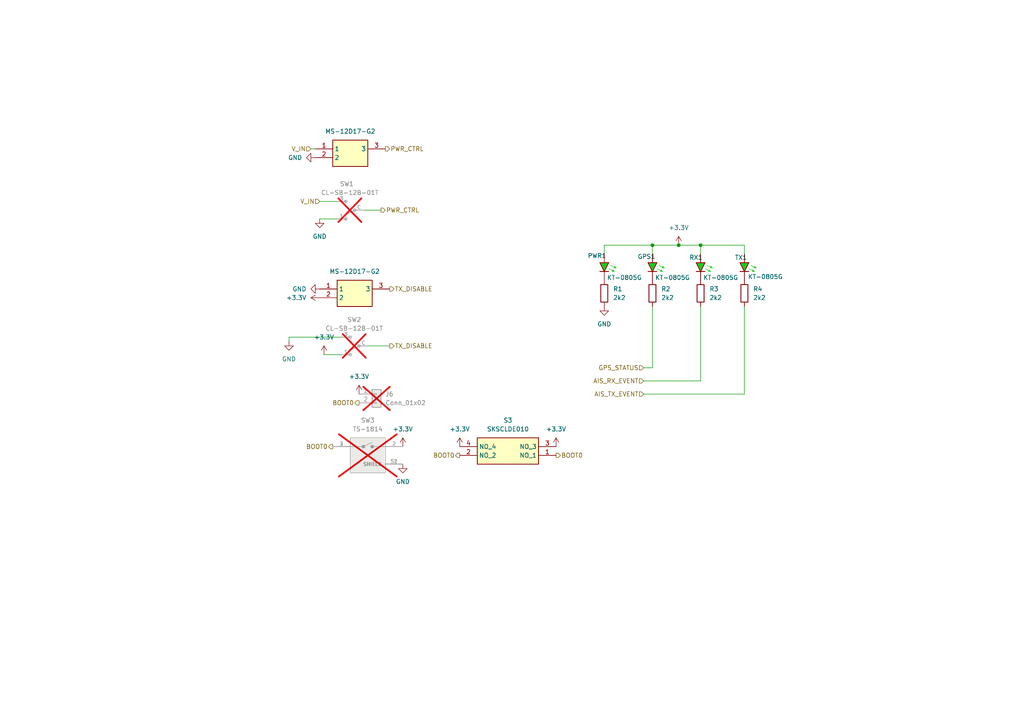
<source format=kicad_sch>
(kicad_sch
	(version 20231120)
	(generator "eeschema")
	(generator_version "8.0")
	(uuid "2a3f3d38-79b3-45ec-9dc9-9883f42110f1")
	(paper "A4")
	(title_block
		(title "MAIANA NMEA2000 Adapter")
		(date "2023-09-23")
		(rev "8")
		(company "Maverick Labs LLC")
	)
	(lib_symbols
		(symbol "1977066-1:1977066-1"
			(pin_names
				(offset 1.016)
			)
			(exclude_from_sim no)
			(in_bom yes)
			(on_board yes)
			(property "Reference" "SW"
				(at -5.0851 5.5936 0)
				(effects
					(font
						(size 1.27 1.27)
					)
					(justify left bottom)
				)
			)
			(property "Value" "1977066-1"
				(at -5.0892 -7.6338 0)
				(effects
					(font
						(size 1.27 1.27)
					)
					(justify left bottom)
				)
			)
			(property "Footprint" "KiCadFootprints:TE_1977066-1"
				(at 0 0 0)
				(effects
					(font
						(size 1.27 1.27)
					)
					(justify bottom)
					(hide yes)
				)
			)
			(property "Datasheet" ""
				(at 0 0 0)
				(effects
					(font
						(size 1.27 1.27)
					)
					(hide yes)
				)
			)
			(property "Description" "\nSwitch Tactile OFF (ON) SPST Round Button Gull Wing 0.05A 12VDC 100000Cycles 1.57N SMD T/R\n"
				(at 0 0 0)
				(effects
					(font
						(size 1.27 1.27)
					)
					(justify bottom)
					(hide yes)
				)
			)
			(property "Comment" "1977066-1"
				(at 0 0 0)
				(effects
					(font
						(size 1.27 1.27)
					)
					(justify bottom)
					(hide yes)
				)
			)
			(property "MF" "TE Connectivity"
				(at 0 0 0)
				(effects
					(font
						(size 1.27 1.27)
					)
					(justify bottom)
					(hide yes)
				)
			)
			(property "Package" "None"
				(at 0 0 0)
				(effects
					(font
						(size 1.27 1.27)
					)
					(justify bottom)
					(hide yes)
				)
			)
			(property "Price" "None"
				(at 0 0 0)
				(effects
					(font
						(size 1.27 1.27)
					)
					(justify bottom)
					(hide yes)
				)
			)
			(property "Check_prices" "https://www.snapeda.com/parts/1977066-1/TE+Connectivity+ALCOSWITCH+Switches/view-part/?ref=eda"
				(at 0 0 0)
				(effects
					(font
						(size 1.27 1.27)
					)
					(justify bottom)
					(hide yes)
				)
			)
			(property "STANDARD" "Manufacturer Recommendation"
				(at 0 0 0)
				(effects
					(font
						(size 1.27 1.27)
					)
					(justify bottom)
					(hide yes)
				)
			)
			(property "PARTREV" "C1"
				(at 0 0 0)
				(effects
					(font
						(size 1.27 1.27)
					)
					(justify bottom)
					(hide yes)
				)
			)
			(property "SnapEDA_Link" "https://www.snapeda.com/parts/1977066-1/TE+Connectivity+ALCOSWITCH+Switches/view-part/?ref=snap"
				(at 0 0 0)
				(effects
					(font
						(size 1.27 1.27)
					)
					(justify bottom)
					(hide yes)
				)
			)
			(property "MP" "1977066-1"
				(at 0 0 0)
				(effects
					(font
						(size 1.27 1.27)
					)
					(justify bottom)
					(hide yes)
				)
			)
			(property "Purchase-URL" "https://www.snapeda.com/api/url_track_click_mouser/?unipart_id=2190229&manufacturer=TE Connectivity&part_name=1977066-1&search_term=1977066-1"
				(at 0 0 0)
				(effects
					(font
						(size 1.27 1.27)
					)
					(justify bottom)
					(hide yes)
				)
			)
			(property "Availability" "In Stock"
				(at 0 0 0)
				(effects
					(font
						(size 1.27 1.27)
					)
					(justify bottom)
					(hide yes)
				)
			)
			(property "MANUFACTURER" "TE Connectivity"
				(at 0 0 0)
				(effects
					(font
						(size 1.27 1.27)
					)
					(justify bottom)
					(hide yes)
				)
			)
			(symbol "1977066-1_0_0"
				(rectangle
					(start -5.08 -5.08)
					(end 5.08 5.08)
					(stroke
						(width 0.1524)
						(type default)
					)
					(fill
						(type background)
					)
				)
				(circle
					(center -1.27 2.54)
					(radius 0.254)
					(stroke
						(width 0.508)
						(type default)
					)
					(fill
						(type none)
					)
				)
				(polyline
					(pts
						(xy -5.08 2.54) (xy -1.27 2.54)
					)
					(stroke
						(width 0.1524)
						(type default)
					)
					(fill
						(type none)
					)
				)
				(polyline
					(pts
						(xy -1.27 2.54) (xy 1.27 3.81)
					)
					(stroke
						(width 0.1524)
						(type default)
					)
					(fill
						(type none)
					)
				)
				(polyline
					(pts
						(xy 1.27 2.54) (xy 5.08 2.54)
					)
					(stroke
						(width 0.1524)
						(type default)
					)
					(fill
						(type none)
					)
				)
				(circle
					(center 1.27 2.54)
					(radius 0.254)
					(stroke
						(width 0.508)
						(type default)
					)
					(fill
						(type none)
					)
				)
				(pin passive line
					(at -10.16 2.54 0)
					(length 5.08)
					(name "~"
						(effects
							(font
								(size 1.016 1.016)
							)
						)
					)
					(number "1"
						(effects
							(font
								(size 1.016 1.016)
							)
						)
					)
				)
				(pin passive line
					(at 10.16 2.54 180)
					(length 5.08)
					(name "~"
						(effects
							(font
								(size 1.016 1.016)
							)
						)
					)
					(number "2"
						(effects
							(font
								(size 1.016 1.016)
							)
						)
					)
				)
				(pin passive line
					(at -10.16 2.54 0)
					(length 5.08)
					(name "~"
						(effects
							(font
								(size 1.016 1.016)
							)
						)
					)
					(number "3"
						(effects
							(font
								(size 1.016 1.016)
							)
						)
					)
				)
				(pin passive line
					(at 10.16 -2.54 180)
					(length 5.08)
					(name "SHIELD"
						(effects
							(font
								(size 1.016 1.016)
							)
						)
					)
					(number "S1"
						(effects
							(font
								(size 1.016 1.016)
							)
						)
					)
				)
				(pin passive line
					(at 10.16 -2.54 180)
					(length 5.08)
					(name "SHIELD"
						(effects
							(font
								(size 1.016 1.016)
							)
						)
					)
					(number "S2"
						(effects
							(font
								(size 1.016 1.016)
							)
						)
					)
				)
			)
		)
		(symbol "CL-SB-12B-01T:CL-SB-12B-01T"
			(pin_names
				(offset 1.016)
			)
			(exclude_from_sim no)
			(in_bom yes)
			(on_board yes)
			(property "Reference" "SW"
				(at 1.27 3.048 0)
				(effects
					(font
						(size 1.27 1.27)
					)
					(justify bottom)
				)
			)
			(property "Value" "CL-SB-12B-01T"
				(at 1.016 -3.302 0)
				(effects
					(font
						(size 1.27 1.27)
					)
					(justify top)
				)
			)
			(property "Footprint" "KiCadFootprints:CL-SB-12B-01T"
				(at 0 0 0)
				(effects
					(font
						(size 1.27 1.27)
					)
					(justify bottom)
					(hide yes)
				)
			)
			(property "Datasheet" ""
				(at 0 0 0)
				(effects
					(font
						(size 1.27 1.27)
					)
					(hide yes)
				)
			)
			(property "Description" "\nSlide Switch, SPDT, 200mA, 12V, Standard, Surface Mount, CL-SB Series | Nidec Components CL-SB-12B-01T\n"
				(at 0 0 0)
				(effects
					(font
						(size 1.27 1.27)
					)
					(justify bottom)
					(hide yes)
				)
			)
			(property "MF" "nidec components"
				(at 0 0 0)
				(effects
					(font
						(size 1.27 1.27)
					)
					(justify bottom)
					(hide yes)
				)
			)
			(property "Package" "None"
				(at 0 0 0)
				(effects
					(font
						(size 1.27 1.27)
					)
					(justify bottom)
					(hide yes)
				)
			)
			(property "Price" "None"
				(at 0 0 0)
				(effects
					(font
						(size 1.27 1.27)
					)
					(justify bottom)
					(hide yes)
				)
			)
			(property "SnapEDA_Link" "https://www.snapeda.com/parts/CL-SB-12B-01T/NIC+Components/view-part/?ref=snap"
				(at 0 0 0)
				(effects
					(font
						(size 1.27 1.27)
					)
					(justify bottom)
					(hide yes)
				)
			)
			(property "MP" "CL-SB-12B-01T"
				(at 0 0 0)
				(effects
					(font
						(size 1.27 1.27)
					)
					(justify bottom)
					(hide yes)
				)
			)
			(property "Purchase-URL" "https://www.snapeda.com/api/url_track_click_mouser/?unipart_id=13723019&manufacturer=nidec components&part_name=CL-SB-12B-01T&search_term=cl-sb-12b-01t"
				(at 0 0 0)
				(effects
					(font
						(size 1.27 1.27)
					)
					(justify bottom)
					(hide yes)
				)
			)
			(property "Availability" "In Stock"
				(at 0 0 0)
				(effects
					(font
						(size 1.27 1.27)
					)
					(justify bottom)
					(hide yes)
				)
			)
			(property "Check_prices" "https://www.snapeda.com/parts/CL-SB-12B-01T/NIC+Components/view-part/?ref=eda"
				(at 0 0 0)
				(effects
					(font
						(size 1.27 1.27)
					)
					(justify bottom)
					(hide yes)
				)
			)
			(symbol "CL-SB-12B-01T_0_0"
				(polyline
					(pts
						(xy 0 0) (xy 2.54 1.27)
					)
					(stroke
						(width 0.1524)
						(type default)
					)
					(fill
						(type none)
					)
				)
				(polyline
					(pts
						(xy 2.54 -2.54) (xy 3.175 -2.54)
					)
					(stroke
						(width 0.127)
						(type default)
					)
					(fill
						(type none)
					)
				)
				(polyline
					(pts
						(xy 2.54 2.54) (xy 3.175 2.54)
					)
					(stroke
						(width 0.1524)
						(type default)
					)
					(fill
						(type none)
					)
				)
				(circle
					(center 0 0)
					(radius 0.3592)
					(stroke
						(width 0.2032)
						(type default)
					)
					(fill
						(type none)
					)
				)
				(circle
					(center 2.54 -2.54)
					(radius 0.3592)
					(stroke
						(width 0.2032)
						(type default)
					)
					(fill
						(type none)
					)
				)
				(circle
					(center 2.54 2.54)
					(radius 0.3592)
					(stroke
						(width 0.2032)
						(type default)
					)
					(fill
						(type none)
					)
				)
				(pin passive line
					(at 5.08 2.54 180)
					(length 2.54)
					(name "~"
						(effects
							(font
								(size 1.016 1.016)
							)
						)
					)
					(number "1"
						(effects
							(font
								(size 1.016 1.016)
							)
						)
					)
				)
				(pin passive line
					(at 5.08 -2.54 180)
					(length 2.54)
					(name "~"
						(effects
							(font
								(size 1.016 1.016)
							)
						)
					)
					(number "3"
						(effects
							(font
								(size 1.016 1.016)
							)
						)
					)
				)
				(pin passive line
					(at -2.54 0 0)
					(length 2.54)
					(name "~"
						(effects
							(font
								(size 1.016 1.016)
							)
						)
					)
					(number "C"
						(effects
							(font
								(size 1.016 1.016)
							)
						)
					)
				)
			)
		)
		(symbol "Connector_Generic:Conn_01x02"
			(pin_names
				(offset 1.016) hide)
			(exclude_from_sim no)
			(in_bom yes)
			(on_board yes)
			(property "Reference" "J"
				(at 0 2.54 0)
				(effects
					(font
						(size 1.27 1.27)
					)
				)
			)
			(property "Value" "Conn_01x02"
				(at 0 -5.08 0)
				(effects
					(font
						(size 1.27 1.27)
					)
				)
			)
			(property "Footprint" ""
				(at 0 0 0)
				(effects
					(font
						(size 1.27 1.27)
					)
					(hide yes)
				)
			)
			(property "Datasheet" "~"
				(at 0 0 0)
				(effects
					(font
						(size 1.27 1.27)
					)
					(hide yes)
				)
			)
			(property "Description" "Generic connector, single row, 01x02, script generated (kicad-library-utils/schlib/autogen/connector/)"
				(at 0 0 0)
				(effects
					(font
						(size 1.27 1.27)
					)
					(hide yes)
				)
			)
			(property "ki_keywords" "connector"
				(at 0 0 0)
				(effects
					(font
						(size 1.27 1.27)
					)
					(hide yes)
				)
			)
			(property "ki_fp_filters" "Connector*:*_1x??_*"
				(at 0 0 0)
				(effects
					(font
						(size 1.27 1.27)
					)
					(hide yes)
				)
			)
			(symbol "Conn_01x02_1_1"
				(rectangle
					(start -1.27 -2.413)
					(end 0 -2.667)
					(stroke
						(width 0.1524)
						(type default)
					)
					(fill
						(type none)
					)
				)
				(rectangle
					(start -1.27 0.127)
					(end 0 -0.127)
					(stroke
						(width 0.1524)
						(type default)
					)
					(fill
						(type none)
					)
				)
				(rectangle
					(start -1.27 1.27)
					(end 1.27 -3.81)
					(stroke
						(width 0.254)
						(type default)
					)
					(fill
						(type background)
					)
				)
				(pin passive line
					(at -5.08 0 0)
					(length 3.81)
					(name "Pin_1"
						(effects
							(font
								(size 1.27 1.27)
							)
						)
					)
					(number "1"
						(effects
							(font
								(size 1.27 1.27)
							)
						)
					)
				)
				(pin passive line
					(at -5.08 -2.54 0)
					(length 3.81)
					(name "Pin_2"
						(effects
							(font
								(size 1.27 1.27)
							)
						)
					)
					(number "2"
						(effects
							(font
								(size 1.27 1.27)
							)
						)
					)
				)
			)
		)
		(symbol "Device:R"
			(pin_numbers hide)
			(pin_names
				(offset 0)
			)
			(exclude_from_sim no)
			(in_bom yes)
			(on_board yes)
			(property "Reference" "R"
				(at 2.032 0 90)
				(effects
					(font
						(size 1.27 1.27)
					)
				)
			)
			(property "Value" "R"
				(at 0 0 90)
				(effects
					(font
						(size 1.27 1.27)
					)
				)
			)
			(property "Footprint" ""
				(at -1.778 0 90)
				(effects
					(font
						(size 1.27 1.27)
					)
					(hide yes)
				)
			)
			(property "Datasheet" "~"
				(at 0 0 0)
				(effects
					(font
						(size 1.27 1.27)
					)
					(hide yes)
				)
			)
			(property "Description" "Resistor"
				(at 0 0 0)
				(effects
					(font
						(size 1.27 1.27)
					)
					(hide yes)
				)
			)
			(property "ki_keywords" "R res resistor"
				(at 0 0 0)
				(effects
					(font
						(size 1.27 1.27)
					)
					(hide yes)
				)
			)
			(property "ki_fp_filters" "R_*"
				(at 0 0 0)
				(effects
					(font
						(size 1.27 1.27)
					)
					(hide yes)
				)
			)
			(symbol "R_0_1"
				(rectangle
					(start -1.016 -2.54)
					(end 1.016 2.54)
					(stroke
						(width 0.254)
						(type default)
					)
					(fill
						(type none)
					)
				)
			)
			(symbol "R_1_1"
				(pin passive line
					(at 0 3.81 270)
					(length 1.27)
					(name "~"
						(effects
							(font
								(size 1.27 1.27)
							)
						)
					)
					(number "1"
						(effects
							(font
								(size 1.27 1.27)
							)
						)
					)
				)
				(pin passive line
					(at 0 -3.81 90)
					(length 1.27)
					(name "~"
						(effects
							(font
								(size 1.27 1.27)
							)
						)
					)
					(number "2"
						(effects
							(font
								(size 1.27 1.27)
							)
						)
					)
				)
			)
		)
		(symbol "PCM_LED_AKL:LED_0805_Green"
			(pin_numbers hide)
			(pin_names
				(offset 1.016) hide)
			(exclude_from_sim no)
			(in_bom yes)
			(on_board yes)
			(property "Reference" "LED"
				(at 0 7.62 0)
				(effects
					(font
						(size 1.27 1.27)
					)
				)
			)
			(property "Value" "LED_0805_Green"
				(at 0 5.08 0)
				(effects
					(font
						(size 1.27 1.27)
					)
				)
			)
			(property "Footprint" "PCM_LED_SMD_AKL:LED_0805_2012Metric"
				(at 0 0 0)
				(effects
					(font
						(size 1.27 1.27)
					)
					(hide yes)
				)
			)
			(property "Datasheet" "~"
				(at 0 0 0)
				(effects
					(font
						(size 1.27 1.27)
					)
					(hide yes)
				)
			)
			(property "Description" "Green SMD LED, 0805, Alternate KiCad Library"
				(at 0 0 0)
				(effects
					(font
						(size 1.27 1.27)
					)
					(hide yes)
				)
			)
			(property "ki_keywords" "green LED diode generic smd 0805"
				(at 0 0 0)
				(effects
					(font
						(size 1.27 1.27)
					)
					(hide yes)
				)
			)
			(property "ki_fp_filters" "LED* LED_SMD:* LED_THT:*"
				(at 0 0 0)
				(effects
					(font
						(size 1.27 1.27)
					)
					(hide yes)
				)
			)
			(symbol "LED_0805_Green_0_1"
				(polyline
					(pts
						(xy -0.508 1.905) (xy 0.254 3.429)
					)
					(stroke
						(width 0.1524)
						(type default)
						(color 30 200 30 1)
					)
					(fill
						(type none)
					)
				)
				(polyline
					(pts
						(xy 0.508 1.397) (xy 1.27 2.921)
					)
					(stroke
						(width 0.1524)
						(type default)
						(color 30 200 30 1)
					)
					(fill
						(type none)
					)
				)
				(polyline
					(pts
						(xy 1.27 1.27) (xy 1.27 -1.27)
					)
					(stroke
						(width 0.254)
						(type default)
					)
					(fill
						(type none)
					)
				)
				(polyline
					(pts
						(xy -1.27 1.27) (xy -1.27 -1.27) (xy 1.27 0) (xy -1.27 1.27)
					)
					(stroke
						(width 0.254)
						(type default)
					)
					(fill
						(type color)
						(color 30 200 30 1)
					)
				)
				(polyline
					(pts
						(xy 0.254 2.794) (xy -0.254 3.048) (xy 0.254 3.429) (xy 0.254 2.794)
					)
					(stroke
						(width 0)
						(type solid)
						(color 30 200 30 1)
					)
					(fill
						(type outline)
					)
				)
				(polyline
					(pts
						(xy 1.27 2.286) (xy 0.762 2.54) (xy 1.27 2.921) (xy 1.27 2.286)
					)
					(stroke
						(width 0.1524)
						(type default)
						(color 30 200 30 1)
					)
					(fill
						(type outline)
					)
				)
			)
			(symbol "LED_0805_Green_0_2"
				(polyline
					(pts
						(xy -2.54 -2.54) (xy -0.889 -0.889)
					)
					(stroke
						(width 0)
						(type default)
					)
					(fill
						(type none)
					)
				)
				(polyline
					(pts
						(xy -1.651 0.889) (xy -2.159 2.413)
					)
					(stroke
						(width 0)
						(type default)
						(color 30 200 30 1)
					)
					(fill
						(type none)
					)
				)
				(polyline
					(pts
						(xy -0.508 1.27) (xy -1.016 2.794)
					)
					(stroke
						(width 0)
						(type default)
						(color 30 200 30 1)
					)
					(fill
						(type none)
					)
				)
				(polyline
					(pts
						(xy 0 1.778) (xy 1.778 0)
					)
					(stroke
						(width 0.254)
						(type default)
					)
					(fill
						(type none)
					)
				)
				(polyline
					(pts
						(xy 0.889 0.889) (xy 2.54 2.54)
					)
					(stroke
						(width 0)
						(type default)
					)
					(fill
						(type none)
					)
				)
				(polyline
					(pts
						(xy -0.889 -0.889) (xy -1.778 0) (xy 0.889 0.889) (xy 0 -1.778) (xy -0.889 -0.889)
					)
					(stroke
						(width 0.254)
						(type default)
					)
					(fill
						(type color)
						(color 30 200 30 1)
					)
				)
			)
			(symbol "LED_0805_Green_1_1"
				(pin passive line
					(at 3.81 0 180)
					(length 2.54)
					(name "K"
						(effects
							(font
								(size 1.27 1.27)
							)
						)
					)
					(number "1"
						(effects
							(font
								(size 1.27 1.27)
							)
						)
					)
				)
				(pin passive line
					(at -3.81 0 0)
					(length 2.54)
					(name "A"
						(effects
							(font
								(size 1.27 1.27)
							)
						)
					)
					(number "2"
						(effects
							(font
								(size 1.27 1.27)
							)
						)
					)
				)
			)
			(symbol "LED_0805_Green_1_2"
				(polyline
					(pts
						(xy -2.159 2.413) (xy -2.286 1.778) (xy -1.6764 1.9812) (xy -2.159 2.413)
					)
					(stroke
						(width 0)
						(type default)
						(color 30 200 30 1)
					)
					(fill
						(type outline)
					)
				)
				(polyline
					(pts
						(xy -1.016 2.794) (xy -1.143 2.159) (xy -0.5334 2.3622) (xy -1.016 2.794)
					)
					(stroke
						(width 0)
						(type default)
						(color 30 200 30 1)
					)
					(fill
						(type outline)
					)
				)
				(pin passive line
					(at 2.54 2.54 180)
					(length 0)
					(name "K"
						(effects
							(font
								(size 1.27 1.27)
							)
						)
					)
					(number "1"
						(effects
							(font
								(size 1.27 1.27)
							)
						)
					)
				)
				(pin passive line
					(at -2.54 -2.54 0)
					(length 0)
					(name "A"
						(effects
							(font
								(size 1.27 1.27)
							)
						)
					)
					(number "2"
						(effects
							(font
								(size 1.27 1.27)
							)
						)
					)
				)
			)
		)
		(symbol "SamacSys_Parts:MS-12D17-G2"
			(exclude_from_sim no)
			(in_bom yes)
			(on_board yes)
			(property "Reference" "S"
				(at 16.51 7.62 0)
				(effects
					(font
						(size 1.27 1.27)
					)
					(justify left top)
				)
			)
			(property "Value" "MS-12D17-G2"
				(at 16.51 5.08 0)
				(effects
					(font
						(size 1.27 1.27)
					)
					(justify left top)
				)
			)
			(property "Footprint" "MS12D17G2"
				(at 16.51 -94.92 0)
				(effects
					(font
						(size 1.27 1.27)
					)
					(justify left top)
					(hide yes)
				)
			)
			(property "Datasheet" "https://datasheet.lcsc.com/lcsc/2111161730_DEALON-MS-12D17-G2_C2904914.pdf"
				(at 16.51 -194.92 0)
				(effects
					(font
						(size 1.27 1.27)
					)
					(justify left top)
					(hide yes)
				)
			)
			(property "Description" "Brick nogging SPDT Black SMD Slide Switches ROHS"
				(at 0 0 0)
				(effects
					(font
						(size 1.27 1.27)
					)
					(hide yes)
				)
			)
			(property "Height" "5.9"
				(at 16.51 -394.92 0)
				(effects
					(font
						(size 1.27 1.27)
					)
					(justify left top)
					(hide yes)
				)
			)
			(property "Manufacturer_Name" "DEALON"
				(at 16.51 -494.92 0)
				(effects
					(font
						(size 1.27 1.27)
					)
					(justify left top)
					(hide yes)
				)
			)
			(property "Manufacturer_Part_Number" "MS-12D17-G2"
				(at 16.51 -594.92 0)
				(effects
					(font
						(size 1.27 1.27)
					)
					(justify left top)
					(hide yes)
				)
			)
			(property "Mouser Part Number" ""
				(at 16.51 -694.92 0)
				(effects
					(font
						(size 1.27 1.27)
					)
					(justify left top)
					(hide yes)
				)
			)
			(property "Mouser Price/Stock" ""
				(at 16.51 -794.92 0)
				(effects
					(font
						(size 1.27 1.27)
					)
					(justify left top)
					(hide yes)
				)
			)
			(property "Arrow Part Number" ""
				(at 16.51 -894.92 0)
				(effects
					(font
						(size 1.27 1.27)
					)
					(justify left top)
					(hide yes)
				)
			)
			(property "Arrow Price/Stock" ""
				(at 16.51 -994.92 0)
				(effects
					(font
						(size 1.27 1.27)
					)
					(justify left top)
					(hide yes)
				)
			)
			(symbol "MS-12D17-G2_1_1"
				(rectangle
					(start 5.08 2.54)
					(end 15.24 -5.08)
					(stroke
						(width 0.254)
						(type default)
					)
					(fill
						(type background)
					)
				)
				(pin passive line
					(at 20.32 0 180)
					(length 5.08)
					(name "1"
						(effects
							(font
								(size 1.27 1.27)
							)
						)
					)
					(number "1"
						(effects
							(font
								(size 1.27 1.27)
							)
						)
					)
				)
				(pin passive line
					(at 20.32 -2.54 180)
					(length 5.08)
					(name "2"
						(effects
							(font
								(size 1.27 1.27)
							)
						)
					)
					(number "2"
						(effects
							(font
								(size 1.27 1.27)
							)
						)
					)
				)
				(pin passive line
					(at 0 0 0)
					(length 5.08)
					(name "3"
						(effects
							(font
								(size 1.27 1.27)
							)
						)
					)
					(number "3"
						(effects
							(font
								(size 1.27 1.27)
							)
						)
					)
				)
			)
		)
		(symbol "SamacSys_Parts:SKSCLDE010"
			(exclude_from_sim no)
			(in_bom yes)
			(on_board yes)
			(property "Reference" "S"
				(at 24.13 7.62 0)
				(effects
					(font
						(size 1.27 1.27)
					)
					(justify left top)
				)
			)
			(property "Value" "SKSCLDE010"
				(at 24.13 5.08 0)
				(effects
					(font
						(size 1.27 1.27)
					)
					(justify left top)
				)
			)
			(property "Footprint" "SKSCLDE010"
				(at 24.13 -94.92 0)
				(effects
					(font
						(size 1.27 1.27)
					)
					(justify left top)
					(hide yes)
				)
			)
			(property "Datasheet" ""
				(at 24.13 -194.92 0)
				(effects
					(font
						(size 1.27 1.27)
					)
					(justify left top)
					(hide yes)
				)
			)
			(property "Description" "Tactile Switches 50 mAmps at 12 Volts"
				(at 0 0 0)
				(effects
					(font
						(size 1.27 1.27)
					)
					(hide yes)
				)
			)
			(property "Height" "1.25"
				(at 24.13 -394.92 0)
				(effects
					(font
						(size 1.27 1.27)
					)
					(justify left top)
					(hide yes)
				)
			)
			(property "Manufacturer_Name" "ALPS Electric"
				(at 24.13 -494.92 0)
				(effects
					(font
						(size 1.27 1.27)
					)
					(justify left top)
					(hide yes)
				)
			)
			(property "Manufacturer_Part_Number" "SKSCLDE010"
				(at 24.13 -594.92 0)
				(effects
					(font
						(size 1.27 1.27)
					)
					(justify left top)
					(hide yes)
				)
			)
			(property "Mouser Part Number" "688-SKSCLDE010"
				(at 24.13 -694.92 0)
				(effects
					(font
						(size 1.27 1.27)
					)
					(justify left top)
					(hide yes)
				)
			)
			(property "Mouser Price/Stock" "https://www.mouser.co.uk/ProductDetail/Alps-Alpine/SKSCLDE010?qs=6EGMNY9ZYDQWpz3nhZNkIQ%3D%3D"
				(at 24.13 -794.92 0)
				(effects
					(font
						(size 1.27 1.27)
					)
					(justify left top)
					(hide yes)
				)
			)
			(property "Arrow Part Number" ""
				(at 24.13 -894.92 0)
				(effects
					(font
						(size 1.27 1.27)
					)
					(justify left top)
					(hide yes)
				)
			)
			(property "Arrow Price/Stock" ""
				(at 24.13 -994.92 0)
				(effects
					(font
						(size 1.27 1.27)
					)
					(justify left top)
					(hide yes)
				)
			)
			(symbol "SKSCLDE010_1_1"
				(rectangle
					(start 5.08 2.54)
					(end 22.86 -5.08)
					(stroke
						(width 0.254)
						(type default)
					)
					(fill
						(type background)
					)
				)
				(pin passive line
					(at 0 -2.54 0)
					(length 5.08)
					(name "NO_1"
						(effects
							(font
								(size 1.27 1.27)
							)
						)
					)
					(number "1"
						(effects
							(font
								(size 1.27 1.27)
							)
						)
					)
				)
				(pin passive line
					(at 27.94 -2.54 180)
					(length 5.08)
					(name "NO_2"
						(effects
							(font
								(size 1.27 1.27)
							)
						)
					)
					(number "2"
						(effects
							(font
								(size 1.27 1.27)
							)
						)
					)
				)
				(pin passive line
					(at 0 0 0)
					(length 5.08)
					(name "NO_3"
						(effects
							(font
								(size 1.27 1.27)
							)
						)
					)
					(number "3"
						(effects
							(font
								(size 1.27 1.27)
							)
						)
					)
				)
				(pin passive line
					(at 27.94 0 180)
					(length 5.08)
					(name "NO_4"
						(effects
							(font
								(size 1.27 1.27)
							)
						)
					)
					(number "4"
						(effects
							(font
								(size 1.27 1.27)
							)
						)
					)
				)
			)
		)
		(symbol "power:+3.3V"
			(power)
			(pin_names
				(offset 0)
			)
			(exclude_from_sim no)
			(in_bom yes)
			(on_board yes)
			(property "Reference" "#PWR"
				(at 0 -3.81 0)
				(effects
					(font
						(size 1.27 1.27)
					)
					(hide yes)
				)
			)
			(property "Value" "+3.3V"
				(at 0 3.556 0)
				(effects
					(font
						(size 1.27 1.27)
					)
				)
			)
			(property "Footprint" ""
				(at 0 0 0)
				(effects
					(font
						(size 1.27 1.27)
					)
					(hide yes)
				)
			)
			(property "Datasheet" ""
				(at 0 0 0)
				(effects
					(font
						(size 1.27 1.27)
					)
					(hide yes)
				)
			)
			(property "Description" "Power symbol creates a global label with name \"+3.3V\""
				(at 0 0 0)
				(effects
					(font
						(size 1.27 1.27)
					)
					(hide yes)
				)
			)
			(property "ki_keywords" "global power"
				(at 0 0 0)
				(effects
					(font
						(size 1.27 1.27)
					)
					(hide yes)
				)
			)
			(symbol "+3.3V_0_1"
				(polyline
					(pts
						(xy -0.762 1.27) (xy 0 2.54)
					)
					(stroke
						(width 0)
						(type default)
					)
					(fill
						(type none)
					)
				)
				(polyline
					(pts
						(xy 0 0) (xy 0 2.54)
					)
					(stroke
						(width 0)
						(type default)
					)
					(fill
						(type none)
					)
				)
				(polyline
					(pts
						(xy 0 2.54) (xy 0.762 1.27)
					)
					(stroke
						(width 0)
						(type default)
					)
					(fill
						(type none)
					)
				)
			)
			(symbol "+3.3V_1_1"
				(pin power_in line
					(at 0 0 90)
					(length 0) hide
					(name "+3.3V"
						(effects
							(font
								(size 1.27 1.27)
							)
						)
					)
					(number "1"
						(effects
							(font
								(size 1.27 1.27)
							)
						)
					)
				)
			)
		)
		(symbol "power:GND"
			(power)
			(pin_names
				(offset 0)
			)
			(exclude_from_sim no)
			(in_bom yes)
			(on_board yes)
			(property "Reference" "#PWR"
				(at 0 -6.35 0)
				(effects
					(font
						(size 1.27 1.27)
					)
					(hide yes)
				)
			)
			(property "Value" "GND"
				(at 0 -3.81 0)
				(effects
					(font
						(size 1.27 1.27)
					)
				)
			)
			(property "Footprint" ""
				(at 0 0 0)
				(effects
					(font
						(size 1.27 1.27)
					)
					(hide yes)
				)
			)
			(property "Datasheet" ""
				(at 0 0 0)
				(effects
					(font
						(size 1.27 1.27)
					)
					(hide yes)
				)
			)
			(property "Description" "Power symbol creates a global label with name \"GND\" , ground"
				(at 0 0 0)
				(effects
					(font
						(size 1.27 1.27)
					)
					(hide yes)
				)
			)
			(property "ki_keywords" "global power"
				(at 0 0 0)
				(effects
					(font
						(size 1.27 1.27)
					)
					(hide yes)
				)
			)
			(symbol "GND_0_1"
				(polyline
					(pts
						(xy 0 0) (xy 0 -1.27) (xy 1.27 -1.27) (xy 0 -2.54) (xy -1.27 -1.27) (xy 0 -1.27)
					)
					(stroke
						(width 0)
						(type default)
					)
					(fill
						(type none)
					)
				)
			)
			(symbol "GND_1_1"
				(pin power_in line
					(at 0 0 270)
					(length 0) hide
					(name "GND"
						(effects
							(font
								(size 1.27 1.27)
							)
						)
					)
					(number "1"
						(effects
							(font
								(size 1.27 1.27)
							)
						)
					)
				)
			)
		)
	)
	(junction
		(at 189.23 71.12)
		(diameter 0)
		(color 0 0 0 0)
		(uuid "095ce7ad-a016-4c43-81cb-db25f3bc21ac")
	)
	(junction
		(at 203.2 71.12)
		(diameter 0)
		(color 0 0 0 0)
		(uuid "8595b01f-ca9a-4f6d-9e14-43343a4475ae")
	)
	(junction
		(at 196.85 71.12)
		(diameter 0)
		(color 0 0 0 0)
		(uuid "e058b6ab-08a3-42c0-b821-f6cf46c706e6")
	)
	(wire
		(pts
			(xy 99.06 97.79) (xy 83.82 97.79)
		)
		(stroke
			(width 0)
			(type default)
		)
		(uuid "09697f36-d3a0-4400-9ded-fa1bb3d56bb9")
	)
	(wire
		(pts
			(xy 189.23 71.12) (xy 189.23 73.66)
		)
		(stroke
			(width 0)
			(type default)
		)
		(uuid "1cfbc72d-a560-411e-be05-c0cd8f9077a3")
	)
	(wire
		(pts
			(xy 203.2 110.49) (xy 203.2 88.9)
		)
		(stroke
			(width 0)
			(type default)
		)
		(uuid "1fb3b75f-9471-48cc-809d-ae5c3e58e092")
	)
	(wire
		(pts
			(xy 186.69 106.68) (xy 189.23 106.68)
		)
		(stroke
			(width 0)
			(type default)
		)
		(uuid "2a6e98e0-b87f-44ce-abf3-2cd1cc8dbbf1")
	)
	(wire
		(pts
			(xy 189.23 71.12) (xy 196.85 71.12)
		)
		(stroke
			(width 0)
			(type default)
		)
		(uuid "2b00e135-c438-4add-9312-bd1e3db04b5e")
	)
	(wire
		(pts
			(xy 105.41 60.96) (xy 110.49 60.96)
		)
		(stroke
			(width 0)
			(type default)
		)
		(uuid "2c3f1e00-8090-432d-92b7-0fc8ec079ca8")
	)
	(wire
		(pts
			(xy 97.79 58.42) (xy 92.71 58.42)
		)
		(stroke
			(width 0)
			(type default)
		)
		(uuid "3a613e7c-a31c-4e45-bb86-bcbfcb65f913")
	)
	(wire
		(pts
			(xy 106.68 100.33) (xy 113.03 100.33)
		)
		(stroke
			(width 0)
			(type default)
		)
		(uuid "407f1f46-16d6-4cf8-b0a9-8b754a74af89")
	)
	(wire
		(pts
			(xy 175.26 71.12) (xy 189.23 71.12)
		)
		(stroke
			(width 0)
			(type default)
		)
		(uuid "4ea2054a-c89b-4b16-94b0-cad8d317252c")
	)
	(wire
		(pts
			(xy 97.79 63.5) (xy 92.71 63.5)
		)
		(stroke
			(width 0)
			(type default)
		)
		(uuid "5a7393a0-983a-4c8d-a564-013776e5aee9")
	)
	(wire
		(pts
			(xy 215.9 114.3) (xy 215.9 88.9)
		)
		(stroke
			(width 0)
			(type default)
		)
		(uuid "5e5cfd3d-510c-4ab7-b838-21955392e98c")
	)
	(wire
		(pts
			(xy 83.82 97.79) (xy 83.82 99.06)
		)
		(stroke
			(width 0)
			(type default)
		)
		(uuid "783432e7-5f4f-4f50-9491-f7c3bf91c055")
	)
	(wire
		(pts
			(xy 203.2 71.12) (xy 196.85 71.12)
		)
		(stroke
			(width 0)
			(type default)
		)
		(uuid "78c6ba71-5861-45e3-b401-6730f5287ac7")
	)
	(wire
		(pts
			(xy 203.2 73.66) (xy 203.2 71.12)
		)
		(stroke
			(width 0)
			(type default)
		)
		(uuid "8c0c4247-5d12-4562-a5ae-ccf59d94f35d")
	)
	(wire
		(pts
			(xy 189.23 106.68) (xy 189.23 88.9)
		)
		(stroke
			(width 0)
			(type default)
		)
		(uuid "9caff64e-2e76-4107-bef4-89b6f8871dd2")
	)
	(wire
		(pts
			(xy 93.98 102.87) (xy 99.06 102.87)
		)
		(stroke
			(width 0)
			(type default)
		)
		(uuid "ca80b964-207f-460b-8738-2e30321a3876")
	)
	(wire
		(pts
			(xy 186.69 110.49) (xy 203.2 110.49)
		)
		(stroke
			(width 0)
			(type default)
		)
		(uuid "cf15ba56-b279-4a87-a7aa-6dde4d8a9179")
	)
	(wire
		(pts
			(xy 215.9 73.66) (xy 215.9 71.12)
		)
		(stroke
			(width 0)
			(type default)
		)
		(uuid "d00a798b-17ee-4532-a083-4b2a3f778dda")
	)
	(wire
		(pts
			(xy 175.26 73.66) (xy 175.26 71.12)
		)
		(stroke
			(width 0)
			(type default)
		)
		(uuid "dfbaaaf0-1356-451e-aae8-3e83218ce4f6")
	)
	(wire
		(pts
			(xy 215.9 71.12) (xy 203.2 71.12)
		)
		(stroke
			(width 0)
			(type default)
		)
		(uuid "e7c9bb3d-846f-4086-8061-f4fee872faeb")
	)
	(wire
		(pts
			(xy 186.69 114.3) (xy 215.9 114.3)
		)
		(stroke
			(width 0)
			(type default)
		)
		(uuid "f3c37b30-0d30-40b1-ac05-05315abe075e")
	)
	(wire
		(pts
			(xy 90.17 43.18) (xy 91.44 43.18)
		)
		(stroke
			(width 0)
			(type default)
		)
		(uuid "fffac46a-cfd3-4f53-af83-08976565c330")
	)
	(hierarchical_label "BOOT0"
		(shape output)
		(at 133.35 132.08 180)
		(effects
			(font
				(size 1.27 1.27)
			)
			(justify right)
		)
		(uuid "34c7103e-fa71-429b-8bff-01361db4ccc5")
	)
	(hierarchical_label "AIS_RX_EVENT"
		(shape input)
		(at 186.69 110.49 180)
		(effects
			(font
				(size 1.27 1.27)
			)
			(justify right)
		)
		(uuid "4ed7323d-63a9-4baa-b9b0-795c27137a4a")
	)
	(hierarchical_label "TX_DISABLE"
		(shape output)
		(at 113.03 100.33 0)
		(effects
			(font
				(size 1.27 1.27)
			)
			(justify left)
		)
		(uuid "65ed9727-82eb-44e0-812c-525872a6a756")
	)
	(hierarchical_label "BOOT0"
		(shape output)
		(at 161.29 132.08 0)
		(effects
			(font
				(size 1.27 1.27)
			)
			(justify left)
		)
		(uuid "6fdf6be7-0935-4afa-b0b1-e841ffec6ba0")
	)
	(hierarchical_label "PWR_CTRL"
		(shape output)
		(at 111.76 43.18 0)
		(effects
			(font
				(size 1.27 1.27)
			)
			(justify left)
		)
		(uuid "8d348997-9df0-4e5f-a80f-be2aefac3116")
	)
	(hierarchical_label "BOOT0"
		(shape output)
		(at 96.52 129.54 180)
		(effects
			(font
				(size 1.27 1.27)
			)
			(justify right)
		)
		(uuid "930b0f89-0c90-4e8a-be53-7983a2a98f01")
	)
	(hierarchical_label "AIS_TX_EVENT"
		(shape input)
		(at 186.69 114.3 180)
		(effects
			(font
				(size 1.27 1.27)
			)
			(justify right)
		)
		(uuid "9a721bc4-602f-40e8-b296-a48e1c9c14a9")
	)
	(hierarchical_label "BOOT0"
		(shape output)
		(at 104.14 116.84 180)
		(effects
			(font
				(size 1.27 1.27)
			)
			(justify right)
		)
		(uuid "b01ceaf5-b63e-42cb-b0c4-a8492ee958e0")
	)
	(hierarchical_label "GPS_STATUS"
		(shape input)
		(at 186.69 106.68 180)
		(effects
			(font
				(size 1.27 1.27)
			)
			(justify right)
		)
		(uuid "d36f48d1-7df5-4c81-a69c-63d3bfa8d0a3")
	)
	(hierarchical_label "V_IN"
		(shape input)
		(at 92.71 58.42 180)
		(effects
			(font
				(size 1.27 1.27)
			)
			(justify right)
		)
		(uuid "d7d4bf85-b5e8-4b6f-932c-248627a3da32")
	)
	(hierarchical_label "V_IN"
		(shape input)
		(at 90.17 43.18 180)
		(effects
			(font
				(size 1.27 1.27)
			)
			(justify right)
		)
		(uuid "ebc048cf-9ba3-45d9-b58d-7dd59e0faa77")
	)
	(hierarchical_label "TX_DISABLE"
		(shape output)
		(at 113.03 83.82 0)
		(effects
			(font
				(size 1.27 1.27)
			)
			(justify left)
		)
		(uuid "edc08e4b-33a1-4b36-a285-3b8ca83fec71")
	)
	(hierarchical_label "PWR_CTRL"
		(shape output)
		(at 110.49 60.96 0)
		(effects
			(font
				(size 1.27 1.27)
			)
			(justify left)
		)
		(uuid "f50c3f40-58e1-497c-b352-f2fc412d99cb")
	)
	(symbol
		(lib_id "power:GND")
		(at 91.44 45.72 270)
		(mirror x)
		(unit 1)
		(exclude_from_sim no)
		(in_bom yes)
		(on_board yes)
		(dnp no)
		(fields_autoplaced yes)
		(uuid "0c810fcd-50be-4b99-804a-fde454a13f83")
		(property "Reference" "#PWR057"
			(at 85.09 45.72 0)
			(effects
				(font
					(size 1.27 1.27)
				)
				(hide yes)
			)
		)
		(property "Value" "GND"
			(at 87.63 45.7199 90)
			(effects
				(font
					(size 1.27 1.27)
				)
				(justify right)
			)
		)
		(property "Footprint" ""
			(at 91.44 45.72 0)
			(effects
				(font
					(size 1.27 1.27)
				)
				(hide yes)
			)
		)
		(property "Datasheet" ""
			(at 91.44 45.72 0)
			(effects
				(font
					(size 1.27 1.27)
				)
				(hide yes)
			)
		)
		(property "Description" ""
			(at 91.44 45.72 0)
			(effects
				(font
					(size 1.27 1.27)
				)
				(hide yes)
			)
		)
		(pin "1"
			(uuid "b403df9c-849a-451d-811f-639e0d12d840")
		)
		(instances
			(project "NMEA2000Adapter-8.1"
				(path "/c5556f8a-89e2-4d0f-b0be-1ad8268f6ba1/216fd6ca-ab33-431f-bcec-b93a3e5dfdb6"
					(reference "#PWR057")
					(unit 1)
				)
			)
		)
	)
	(symbol
		(lib_id "power:+3.3V")
		(at 93.98 102.87 0)
		(unit 1)
		(exclude_from_sim no)
		(in_bom yes)
		(on_board yes)
		(dnp no)
		(fields_autoplaced yes)
		(uuid "0f2eef39-4e77-4a73-b604-bc0b0b3ac5b3")
		(property "Reference" "#PWR023"
			(at 93.98 106.68 0)
			(effects
				(font
					(size 1.27 1.27)
				)
				(hide yes)
			)
		)
		(property "Value" "+3.3V"
			(at 93.98 97.79 0)
			(effects
				(font
					(size 1.27 1.27)
				)
			)
		)
		(property "Footprint" ""
			(at 93.98 102.87 0)
			(effects
				(font
					(size 1.27 1.27)
				)
				(hide yes)
			)
		)
		(property "Datasheet" ""
			(at 93.98 102.87 0)
			(effects
				(font
					(size 1.27 1.27)
				)
				(hide yes)
			)
		)
		(property "Description" ""
			(at 93.98 102.87 0)
			(effects
				(font
					(size 1.27 1.27)
				)
				(hide yes)
			)
		)
		(pin "1"
			(uuid "fb3eb6a8-0a0e-478e-a2dd-20fcc0b65c54")
		)
		(instances
			(project "NMEA2000Adapter-8.1"
				(path "/c5556f8a-89e2-4d0f-b0be-1ad8268f6ba1/216fd6ca-ab33-431f-bcec-b93a3e5dfdb6"
					(reference "#PWR023")
					(unit 1)
				)
			)
		)
	)
	(symbol
		(lib_id "power:+3.3V")
		(at 161.29 129.54 0)
		(unit 1)
		(exclude_from_sim no)
		(in_bom yes)
		(on_board yes)
		(dnp no)
		(fields_autoplaced yes)
		(uuid "2682d8b5-1091-44a6-9d8a-66d6837d43c3")
		(property "Reference" "#PWR061"
			(at 161.29 133.35 0)
			(effects
				(font
					(size 1.27 1.27)
				)
				(hide yes)
			)
		)
		(property "Value" "+3.3V"
			(at 161.29 124.46 0)
			(effects
				(font
					(size 1.27 1.27)
				)
			)
		)
		(property "Footprint" ""
			(at 161.29 129.54 0)
			(effects
				(font
					(size 1.27 1.27)
				)
				(hide yes)
			)
		)
		(property "Datasheet" ""
			(at 161.29 129.54 0)
			(effects
				(font
					(size 1.27 1.27)
				)
				(hide yes)
			)
		)
		(property "Description" ""
			(at 161.29 129.54 0)
			(effects
				(font
					(size 1.27 1.27)
				)
				(hide yes)
			)
		)
		(pin "1"
			(uuid "ab98c7c2-46f5-43bc-852c-22e58c0005cd")
		)
		(instances
			(project "NMEA2000Adapter-8.1"
				(path "/c5556f8a-89e2-4d0f-b0be-1ad8268f6ba1/216fd6ca-ab33-431f-bcec-b93a3e5dfdb6"
					(reference "#PWR061")
					(unit 1)
				)
			)
		)
	)
	(symbol
		(lib_id "power:GND")
		(at 92.71 83.82 270)
		(unit 1)
		(exclude_from_sim no)
		(in_bom yes)
		(on_board yes)
		(dnp no)
		(fields_autoplaced yes)
		(uuid "2850075f-95b4-428c-9d35-1a49f6792f7b")
		(property "Reference" "#PWR059"
			(at 86.36 83.82 0)
			(effects
				(font
					(size 1.27 1.27)
				)
				(hide yes)
			)
		)
		(property "Value" "GND"
			(at 88.9 83.8199 90)
			(effects
				(font
					(size 1.27 1.27)
				)
				(justify right)
			)
		)
		(property "Footprint" ""
			(at 92.71 83.82 0)
			(effects
				(font
					(size 1.27 1.27)
				)
				(hide yes)
			)
		)
		(property "Datasheet" ""
			(at 92.71 83.82 0)
			(effects
				(font
					(size 1.27 1.27)
				)
				(hide yes)
			)
		)
		(property "Description" ""
			(at 92.71 83.82 0)
			(effects
				(font
					(size 1.27 1.27)
				)
				(hide yes)
			)
		)
		(pin "1"
			(uuid "2cef069a-6c65-4683-99c3-41183a090346")
		)
		(instances
			(project "NMEA2000Adapter-8.1"
				(path "/c5556f8a-89e2-4d0f-b0be-1ad8268f6ba1/216fd6ca-ab33-431f-bcec-b93a3e5dfdb6"
					(reference "#PWR059")
					(unit 1)
				)
			)
		)
	)
	(symbol
		(lib_id "power:+3.3V")
		(at 104.14 114.3 0)
		(unit 1)
		(exclude_from_sim no)
		(in_bom yes)
		(on_board yes)
		(dnp no)
		(fields_autoplaced yes)
		(uuid "295acb8a-0a00-4242-a848-a07b268d364c")
		(property "Reference" "#PWR056"
			(at 104.14 118.11 0)
			(effects
				(font
					(size 1.27 1.27)
				)
				(hide yes)
			)
		)
		(property "Value" "+3.3V"
			(at 104.14 109.22 0)
			(effects
				(font
					(size 1.27 1.27)
				)
			)
		)
		(property "Footprint" ""
			(at 104.14 114.3 0)
			(effects
				(font
					(size 1.27 1.27)
				)
				(hide yes)
			)
		)
		(property "Datasheet" ""
			(at 104.14 114.3 0)
			(effects
				(font
					(size 1.27 1.27)
				)
				(hide yes)
			)
		)
		(property "Description" ""
			(at 104.14 114.3 0)
			(effects
				(font
					(size 1.27 1.27)
				)
				(hide yes)
			)
		)
		(pin "1"
			(uuid "20dc0903-266b-490d-b800-781f5b0e1e64")
		)
		(instances
			(project "NMEA2000Adapter-8.1"
				(path "/c5556f8a-89e2-4d0f-b0be-1ad8268f6ba1/216fd6ca-ab33-431f-bcec-b93a3e5dfdb6"
					(reference "#PWR056")
					(unit 1)
				)
			)
		)
	)
	(symbol
		(lib_id "PCM_LED_AKL:LED_0805_Green")
		(at 203.2 77.47 270)
		(unit 1)
		(exclude_from_sim no)
		(in_bom yes)
		(on_board yes)
		(dnp no)
		(uuid "29e29a30-9ab1-4718-b6d7-6440984b5d14")
		(property "Reference" "RX1"
			(at 199.898 74.676 90)
			(effects
				(font
					(size 1.27 1.27)
				)
				(justify left)
			)
		)
		(property "Value" "KT-0805G"
			(at 203.962 80.518 90)
			(effects
				(font
					(size 1.27 1.27)
				)
				(justify left)
			)
		)
		(property "Footprint" "PCM_LED_SMD_AKL:LED_0805_2012Metric"
			(at 203.2 77.47 0)
			(effects
				(font
					(size 1.27 1.27)
				)
				(hide yes)
			)
		)
		(property "Datasheet" "~"
			(at 203.2 77.47 0)
			(effects
				(font
					(size 1.27 1.27)
				)
				(hide yes)
			)
		)
		(property "Description" "Green SMD LED, 0805, Alternate KiCad Library"
			(at 203.2 77.47 0)
			(effects
				(font
					(size 1.27 1.27)
				)
				(hide yes)
			)
		)
		(pin "1"
			(uuid "beab9b8b-7afd-4ac9-a819-7bd8c3ed5803")
		)
		(pin "2"
			(uuid "c456a787-4abd-4e0e-9246-27300c9454f8")
		)
		(instances
			(project "NMEA2000Adapter-8.1"
				(path "/c5556f8a-89e2-4d0f-b0be-1ad8268f6ba1/216fd6ca-ab33-431f-bcec-b93a3e5dfdb6"
					(reference "RX1")
					(unit 1)
				)
			)
		)
	)
	(symbol
		(lib_id "Device:R")
		(at 215.9 85.09 0)
		(unit 1)
		(exclude_from_sim no)
		(in_bom yes)
		(on_board yes)
		(dnp no)
		(fields_autoplaced yes)
		(uuid "2dc9b0ba-f8ea-4cde-b401-bbfe158c2e65")
		(property "Reference" "R4"
			(at 218.44 83.82 0)
			(effects
				(font
					(size 1.27 1.27)
				)
				(justify left)
			)
		)
		(property "Value" "2k2"
			(at 218.44 86.36 0)
			(effects
				(font
					(size 1.27 1.27)
				)
				(justify left)
			)
		)
		(property "Footprint" "Resistor_SMD:R_0603_1608Metric"
			(at 214.122 85.09 90)
			(effects
				(font
					(size 1.27 1.27)
				)
				(hide yes)
			)
		)
		(property "Datasheet" "~"
			(at 215.9 85.09 0)
			(effects
				(font
					(size 1.27 1.27)
				)
				(hide yes)
			)
		)
		(property "Description" ""
			(at 215.9 85.09 0)
			(effects
				(font
					(size 1.27 1.27)
				)
				(hide yes)
			)
		)
		(pin "1"
			(uuid "6a68b350-300b-4f61-bdb9-b68f4dc0d7bf")
		)
		(pin "2"
			(uuid "a6de9f37-1604-4524-80a9-f6da241d47dc")
		)
		(instances
			(project "NMEA2000Adapter-8.1"
				(path "/c5556f8a-89e2-4d0f-b0be-1ad8268f6ba1/216fd6ca-ab33-431f-bcec-b93a3e5dfdb6"
					(reference "R4")
					(unit 1)
				)
			)
		)
	)
	(symbol
		(lib_id "Device:R")
		(at 203.2 85.09 0)
		(unit 1)
		(exclude_from_sim no)
		(in_bom yes)
		(on_board yes)
		(dnp no)
		(fields_autoplaced yes)
		(uuid "2f31505f-e143-4258-9194-0cf430671afb")
		(property "Reference" "R3"
			(at 205.74 83.82 0)
			(effects
				(font
					(size 1.27 1.27)
				)
				(justify left)
			)
		)
		(property "Value" "2k2"
			(at 205.74 86.36 0)
			(effects
				(font
					(size 1.27 1.27)
				)
				(justify left)
			)
		)
		(property "Footprint" "Resistor_SMD:R_0603_1608Metric"
			(at 201.422 85.09 90)
			(effects
				(font
					(size 1.27 1.27)
				)
				(hide yes)
			)
		)
		(property "Datasheet" "~"
			(at 203.2 85.09 0)
			(effects
				(font
					(size 1.27 1.27)
				)
				(hide yes)
			)
		)
		(property "Description" ""
			(at 203.2 85.09 0)
			(effects
				(font
					(size 1.27 1.27)
				)
				(hide yes)
			)
		)
		(pin "1"
			(uuid "d3cc4972-c793-44e9-9e39-f10c18ce4704")
		)
		(pin "2"
			(uuid "18dab68d-caed-42f0-8f95-5439a7d69e56")
		)
		(instances
			(project "NMEA2000Adapter-8.1"
				(path "/c5556f8a-89e2-4d0f-b0be-1ad8268f6ba1/216fd6ca-ab33-431f-bcec-b93a3e5dfdb6"
					(reference "R3")
					(unit 1)
				)
			)
		)
	)
	(symbol
		(lib_id "Device:R")
		(at 175.26 85.09 0)
		(unit 1)
		(exclude_from_sim no)
		(in_bom yes)
		(on_board yes)
		(dnp no)
		(fields_autoplaced yes)
		(uuid "31e0b30f-6788-455c-884d-a21c4752eae9")
		(property "Reference" "R1"
			(at 177.8 83.82 0)
			(effects
				(font
					(size 1.27 1.27)
				)
				(justify left)
			)
		)
		(property "Value" "2k2"
			(at 177.8 86.36 0)
			(effects
				(font
					(size 1.27 1.27)
				)
				(justify left)
			)
		)
		(property "Footprint" "Resistor_SMD:R_0603_1608Metric"
			(at 173.482 85.09 90)
			(effects
				(font
					(size 1.27 1.27)
				)
				(hide yes)
			)
		)
		(property "Datasheet" "~"
			(at 175.26 85.09 0)
			(effects
				(font
					(size 1.27 1.27)
				)
				(hide yes)
			)
		)
		(property "Description" ""
			(at 175.26 85.09 0)
			(effects
				(font
					(size 1.27 1.27)
				)
				(hide yes)
			)
		)
		(pin "1"
			(uuid "9183d39e-32b8-4cfe-b98f-d190cb66a674")
		)
		(pin "2"
			(uuid "e15ff399-6373-45b7-ae1d-5dac1c5b4a6c")
		)
		(instances
			(project "NMEA2000Adapter-8.1"
				(path "/c5556f8a-89e2-4d0f-b0be-1ad8268f6ba1/216fd6ca-ab33-431f-bcec-b93a3e5dfdb6"
					(reference "R1")
					(unit 1)
				)
			)
		)
	)
	(symbol
		(lib_id "SamacSys_Parts:SKSCLDE010")
		(at 161.29 129.54 0)
		(mirror y)
		(unit 1)
		(exclude_from_sim no)
		(in_bom yes)
		(on_board yes)
		(dnp no)
		(uuid "32060e4b-ba65-4d8d-9da5-d01492e3d3fd")
		(property "Reference" "S3"
			(at 147.32 121.92 0)
			(effects
				(font
					(size 1.27 1.27)
				)
			)
		)
		(property "Value" "SKSCLDE010"
			(at 147.32 124.46 0)
			(effects
				(font
					(size 1.27 1.27)
				)
			)
		)
		(property "Footprint" "SKSCLDE010"
			(at 137.16 224.46 0)
			(effects
				(font
					(size 1.27 1.27)
				)
				(justify left top)
				(hide yes)
			)
		)
		(property "Datasheet" ""
			(at 137.16 324.46 0)
			(effects
				(font
					(size 1.27 1.27)
				)
				(justify left top)
				(hide yes)
			)
		)
		(property "Description" "Tactile Switches 50 mAmps at 12 Volts"
			(at 161.29 129.54 0)
			(effects
				(font
					(size 1.27 1.27)
				)
				(hide yes)
			)
		)
		(property "Height" "1.25"
			(at 137.16 524.46 0)
			(effects
				(font
					(size 1.27 1.27)
				)
				(justify left top)
				(hide yes)
			)
		)
		(property "Manufacturer_Name" "ALPS Electric"
			(at 137.16 624.46 0)
			(effects
				(font
					(size 1.27 1.27)
				)
				(justify left top)
				(hide yes)
			)
		)
		(property "Manufacturer_Part_Number" "SKSCLDE010"
			(at 137.16 724.46 0)
			(effects
				(font
					(size 1.27 1.27)
				)
				(justify left top)
				(hide yes)
			)
		)
		(property "Mouser Part Number" "688-SKSCLDE010"
			(at 137.16 824.46 0)
			(effects
				(font
					(size 1.27 1.27)
				)
				(justify left top)
				(hide yes)
			)
		)
		(property "Mouser Price/Stock" "https://www.mouser.co.uk/ProductDetail/Alps-Alpine/SKSCLDE010?qs=6EGMNY9ZYDQWpz3nhZNkIQ%3D%3D"
			(at 137.16 924.46 0)
			(effects
				(font
					(size 1.27 1.27)
				)
				(justify left top)
				(hide yes)
			)
		)
		(property "Arrow Part Number" ""
			(at 137.16 1024.46 0)
			(effects
				(font
					(size 1.27 1.27)
				)
				(justify left top)
				(hide yes)
			)
		)
		(property "Arrow Price/Stock" ""
			(at 137.16 1124.46 0)
			(effects
				(font
					(size 1.27 1.27)
				)
				(justify left top)
				(hide yes)
			)
		)
		(pin "4"
			(uuid "17df857f-c93e-4c58-818c-6cd5ccea59f7")
		)
		(pin "2"
			(uuid "a4d30efc-88d5-4dba-b56e-358ed6ac113c")
		)
		(pin "3"
			(uuid "6f5dd4bd-3c00-4fc4-859c-7ef196cc70d5")
		)
		(pin "1"
			(uuid "56ce9b61-9378-4863-812d-ed4ddb955912")
		)
		(instances
			(project "NMEA2000Adapter-8.1"
				(path "/c5556f8a-89e2-4d0f-b0be-1ad8268f6ba1/216fd6ca-ab33-431f-bcec-b93a3e5dfdb6"
					(reference "S3")
					(unit 1)
				)
			)
		)
	)
	(symbol
		(lib_id "Connector_Generic:Conn_01x02")
		(at 109.22 114.3 0)
		(unit 1)
		(exclude_from_sim no)
		(in_bom no)
		(on_board no)
		(dnp yes)
		(fields_autoplaced yes)
		(uuid "38df0593-eb89-42ec-bb5b-0fed045e578c")
		(property "Reference" "J6"
			(at 111.76 114.2999 0)
			(effects
				(font
					(size 1.27 1.27)
				)
				(justify left)
			)
		)
		(property "Value" "Conn_01x02"
			(at 111.76 116.8399 0)
			(effects
				(font
					(size 1.27 1.27)
				)
				(justify left)
			)
		)
		(property "Footprint" "Connector_PinHeader_2.54mm:PinHeader_1x02_P2.54mm_Vertical"
			(at 109.22 114.3 0)
			(effects
				(font
					(size 1.27 1.27)
				)
				(hide yes)
			)
		)
		(property "Datasheet" "~"
			(at 109.22 114.3 0)
			(effects
				(font
					(size 1.27 1.27)
				)
				(hide yes)
			)
		)
		(property "Description" ""
			(at 109.22 114.3 0)
			(effects
				(font
					(size 1.27 1.27)
				)
				(hide yes)
			)
		)
		(pin "1"
			(uuid "c5aa1b5e-c33c-459d-ac6e-a5cf5aca268c")
		)
		(pin "2"
			(uuid "5c885316-9915-418b-911b-4ffab9d12ed7")
		)
		(instances
			(project "NMEA2000Adapter-8.1"
				(path "/c5556f8a-89e2-4d0f-b0be-1ad8268f6ba1/216fd6ca-ab33-431f-bcec-b93a3e5dfdb6"
					(reference "J6")
					(unit 1)
				)
			)
		)
	)
	(symbol
		(lib_id "power:+3.3V")
		(at 116.84 129.54 0)
		(unit 1)
		(exclude_from_sim no)
		(in_bom yes)
		(on_board yes)
		(dnp no)
		(fields_autoplaced yes)
		(uuid "3f00cdc5-5940-4c1b-9880-ad15c3a671f9")
		(property "Reference" "#PWR025"
			(at 116.84 133.35 0)
			(effects
				(font
					(size 1.27 1.27)
				)
				(hide yes)
			)
		)
		(property "Value" "+3.3V"
			(at 116.84 124.46 0)
			(effects
				(font
					(size 1.27 1.27)
				)
			)
		)
		(property "Footprint" ""
			(at 116.84 129.54 0)
			(effects
				(font
					(size 1.27 1.27)
				)
				(hide yes)
			)
		)
		(property "Datasheet" ""
			(at 116.84 129.54 0)
			(effects
				(font
					(size 1.27 1.27)
				)
				(hide yes)
			)
		)
		(property "Description" ""
			(at 116.84 129.54 0)
			(effects
				(font
					(size 1.27 1.27)
				)
				(hide yes)
			)
		)
		(pin "1"
			(uuid "ba38fecb-2662-4f20-b159-46407aacab42")
		)
		(instances
			(project "NMEA2000Adapter-8.1"
				(path "/c5556f8a-89e2-4d0f-b0be-1ad8268f6ba1/216fd6ca-ab33-431f-bcec-b93a3e5dfdb6"
					(reference "#PWR025")
					(unit 1)
				)
			)
		)
	)
	(symbol
		(lib_id "CL-SB-12B-01T:CL-SB-12B-01T")
		(at 102.87 60.96 180)
		(unit 1)
		(exclude_from_sim no)
		(in_bom no)
		(on_board yes)
		(dnp yes)
		(uuid "602ee8ef-9916-4c32-bdd1-d57675ee16a3")
		(property "Reference" "SW1"
			(at 100.584 53.34 0)
			(effects
				(font
					(size 1.27 1.27)
				)
			)
		)
		(property "Value" "CL-SB-12B-01T"
			(at 101.4748 55.88 0)
			(effects
				(font
					(size 1.27 1.27)
				)
			)
		)
		(property "Footprint" "KiCadFootprints:CL-SB-12B-01T"
			(at 102.87 60.96 0)
			(effects
				(font
					(size 1.27 1.27)
				)
				(justify bottom)
				(hide yes)
			)
		)
		(property "Datasheet" ""
			(at 102.87 60.96 0)
			(effects
				(font
					(size 1.27 1.27)
				)
				(hide yes)
			)
		)
		(property "Description" "Slide Switch, SPDT, 200mA, 12V, Standard, Surface Mount, CL-SB Series | Nidec Components CL-SB-12B-01T"
			(at 102.87 60.96 0)
			(effects
				(font
					(size 1.27 1.27)
				)
				(justify bottom)
				(hide yes)
			)
		)
		(property "MF" "nidec components"
			(at 102.87 60.96 0)
			(effects
				(font
					(size 1.27 1.27)
				)
				(justify bottom)
				(hide yes)
			)
		)
		(property "Package" "None"
			(at 102.87 60.96 0)
			(effects
				(font
					(size 1.27 1.27)
				)
				(justify bottom)
				(hide yes)
			)
		)
		(property "Price" "None"
			(at 102.87 60.96 0)
			(effects
				(font
					(size 1.27 1.27)
				)
				(justify bottom)
				(hide yes)
			)
		)
		(property "SnapEDA_Link" "https://www.snapeda.com/parts/CL-SB-12B-01T/NIC+Components/view-part/?ref=snap"
			(at 102.87 60.96 0)
			(effects
				(font
					(size 1.27 1.27)
				)
				(justify bottom)
				(hide yes)
			)
		)
		(property "MP" "CL-SB-12B-01T"
			(at 102.87 60.96 0)
			(effects
				(font
					(size 1.27 1.27)
				)
				(justify bottom)
				(hide yes)
			)
		)
		(property "Purchase-URL" "https://www.snapeda.com/api/url_track_click_mouser/?unipart_id=13723019&manufacturer=nidec components&part_name=CL-SB-12B-01T&search_term=cl-sb-12b-01t"
			(at 102.87 60.96 0)
			(effects
				(font
					(size 1.27 1.27)
				)
				(justify bottom)
				(hide yes)
			)
		)
		(property "Availability" "In Stock"
			(at 102.87 60.96 0)
			(effects
				(font
					(size 1.27 1.27)
				)
				(justify bottom)
				(hide yes)
			)
		)
		(property "Check_prices" "https://www.snapeda.com/parts/CL-SB-12B-01T/NIC+Components/view-part/?ref=eda"
			(at 102.87 60.96 0)
			(effects
				(font
					(size 1.27 1.27)
				)
				(justify bottom)
				(hide yes)
			)
		)
		(pin "1"
			(uuid "8768bd0a-a2a0-4e2a-b99c-b032f158a30d")
		)
		(pin "3"
			(uuid "883c7366-021d-4db0-924d-6c73236123d0")
		)
		(pin "C"
			(uuid "135b1c18-0219-4729-81bf-56a72fd329dc")
		)
		(instances
			(project "NMEA2000Adapter-8.1"
				(path "/c5556f8a-89e2-4d0f-b0be-1ad8268f6ba1/216fd6ca-ab33-431f-bcec-b93a3e5dfdb6"
					(reference "SW1")
					(unit 1)
				)
			)
		)
	)
	(symbol
		(lib_id "Device:R")
		(at 189.23 85.09 0)
		(unit 1)
		(exclude_from_sim no)
		(in_bom yes)
		(on_board yes)
		(dnp no)
		(fields_autoplaced yes)
		(uuid "760a2014-1432-41e0-9a13-c308b23963e8")
		(property "Reference" "R2"
			(at 191.77 83.82 0)
			(effects
				(font
					(size 1.27 1.27)
				)
				(justify left)
			)
		)
		(property "Value" "2k2"
			(at 191.77 86.36 0)
			(effects
				(font
					(size 1.27 1.27)
				)
				(justify left)
			)
		)
		(property "Footprint" "Resistor_SMD:R_0603_1608Metric"
			(at 187.452 85.09 90)
			(effects
				(font
					(size 1.27 1.27)
				)
				(hide yes)
			)
		)
		(property "Datasheet" "~"
			(at 189.23 85.09 0)
			(effects
				(font
					(size 1.27 1.27)
				)
				(hide yes)
			)
		)
		(property "Description" ""
			(at 189.23 85.09 0)
			(effects
				(font
					(size 1.27 1.27)
				)
				(hide yes)
			)
		)
		(pin "1"
			(uuid "8ad71ca5-fe94-4c55-a242-47040ba6a982")
		)
		(pin "2"
			(uuid "d9ffbaaf-49ee-4146-a385-45a8183a5984")
		)
		(instances
			(project "NMEA2000Adapter-8.1"
				(path "/c5556f8a-89e2-4d0f-b0be-1ad8268f6ba1/216fd6ca-ab33-431f-bcec-b93a3e5dfdb6"
					(reference "R2")
					(unit 1)
				)
			)
		)
	)
	(symbol
		(lib_id "power:GND")
		(at 116.84 134.62 0)
		(unit 1)
		(exclude_from_sim no)
		(in_bom yes)
		(on_board yes)
		(dnp no)
		(fields_autoplaced yes)
		(uuid "844c39f2-84ed-4aa8-a17b-fb710a44cfb5")
		(property "Reference" "#PWR026"
			(at 116.84 140.97 0)
			(effects
				(font
					(size 1.27 1.27)
				)
				(hide yes)
			)
		)
		(property "Value" "GND"
			(at 116.84 139.7 0)
			(effects
				(font
					(size 1.27 1.27)
				)
			)
		)
		(property "Footprint" ""
			(at 116.84 134.62 0)
			(effects
				(font
					(size 1.27 1.27)
				)
				(hide yes)
			)
		)
		(property "Datasheet" ""
			(at 116.84 134.62 0)
			(effects
				(font
					(size 1.27 1.27)
				)
				(hide yes)
			)
		)
		(property "Description" ""
			(at 116.84 134.62 0)
			(effects
				(font
					(size 1.27 1.27)
				)
				(hide yes)
			)
		)
		(pin "1"
			(uuid "35b8d17a-20df-4750-8967-18cc6ca54e47")
		)
		(instances
			(project "NMEA2000Adapter-8.1"
				(path "/c5556f8a-89e2-4d0f-b0be-1ad8268f6ba1/216fd6ca-ab33-431f-bcec-b93a3e5dfdb6"
					(reference "#PWR026")
					(unit 1)
				)
			)
		)
	)
	(symbol
		(lib_id "PCM_LED_AKL:LED_0805_Green")
		(at 175.26 77.47 270)
		(unit 1)
		(exclude_from_sim no)
		(in_bom yes)
		(on_board yes)
		(dnp no)
		(uuid "98bbb570-4ebc-494b-a2f3-2cf9b68d411e")
		(property "Reference" "PWR1"
			(at 170.434 74.168 90)
			(effects
				(font
					(size 1.27 1.27)
				)
				(justify left)
			)
		)
		(property "Value" "KT-0805G"
			(at 176.022 80.518 90)
			(effects
				(font
					(size 1.27 1.27)
				)
				(justify left)
			)
		)
		(property "Footprint" "PCM_LED_SMD_AKL:LED_0805_2012Metric"
			(at 175.26 77.47 0)
			(effects
				(font
					(size 1.27 1.27)
				)
				(hide yes)
			)
		)
		(property "Datasheet" "~"
			(at 175.26 77.47 0)
			(effects
				(font
					(size 1.27 1.27)
				)
				(hide yes)
			)
		)
		(property "Description" "Green SMD LED, 0805, Alternate KiCad Library"
			(at 175.26 77.47 0)
			(effects
				(font
					(size 1.27 1.27)
				)
				(hide yes)
			)
		)
		(pin "1"
			(uuid "046522ba-473c-4e31-b9d5-61a4b52f647b")
		)
		(pin "2"
			(uuid "5e4b058d-3274-4c85-81db-ad672dfad429")
		)
		(instances
			(project ""
				(path "/c5556f8a-89e2-4d0f-b0be-1ad8268f6ba1/216fd6ca-ab33-431f-bcec-b93a3e5dfdb6"
					(reference "PWR1")
					(unit 1)
				)
			)
		)
	)
	(symbol
		(lib_id "power:GND")
		(at 92.71 63.5 0)
		(unit 1)
		(exclude_from_sim no)
		(in_bom yes)
		(on_board yes)
		(dnp no)
		(fields_autoplaced yes)
		(uuid "9ad0c187-8eee-4890-8520-d8ae8551dc47")
		(property "Reference" "#PWR021"
			(at 92.71 69.85 0)
			(effects
				(font
					(size 1.27 1.27)
				)
				(hide yes)
			)
		)
		(property "Value" "GND"
			(at 92.71 68.58 0)
			(effects
				(font
					(size 1.27 1.27)
				)
			)
		)
		(property "Footprint" ""
			(at 92.71 63.5 0)
			(effects
				(font
					(size 1.27 1.27)
				)
				(hide yes)
			)
		)
		(property "Datasheet" ""
			(at 92.71 63.5 0)
			(effects
				(font
					(size 1.27 1.27)
				)
				(hide yes)
			)
		)
		(property "Description" ""
			(at 92.71 63.5 0)
			(effects
				(font
					(size 1.27 1.27)
				)
				(hide yes)
			)
		)
		(pin "1"
			(uuid "da84b63d-3e34-423e-aa10-cf5142e3bb7e")
		)
		(instances
			(project "NMEA2000Adapter-8.1"
				(path "/c5556f8a-89e2-4d0f-b0be-1ad8268f6ba1/216fd6ca-ab33-431f-bcec-b93a3e5dfdb6"
					(reference "#PWR021")
					(unit 1)
				)
			)
		)
	)
	(symbol
		(lib_id "SamacSys_Parts:MS-12D17-G2")
		(at 113.03 83.82 0)
		(mirror y)
		(unit 1)
		(exclude_from_sim no)
		(in_bom yes)
		(on_board yes)
		(dnp no)
		(uuid "ab6cce59-b018-446a-832f-8b304bfc1bae")
		(property "Reference" "S2"
			(at 102.87 76.2 0)
			(effects
				(font
					(size 1.27 1.27)
				)
				(hide yes)
			)
		)
		(property "Value" "MS-12D17-G2"
			(at 102.87 78.74 0)
			(effects
				(font
					(size 1.27 1.27)
				)
			)
		)
		(property "Footprint" "MS12D17G2"
			(at 96.52 178.74 0)
			(effects
				(font
					(size 1.27 1.27)
				)
				(justify left top)
				(hide yes)
			)
		)
		(property "Datasheet" "https://datasheet.lcsc.com/lcsc/2111161730_DEALON-MS-12D17-G2_C2904914.pdf"
			(at 96.52 278.74 0)
			(effects
				(font
					(size 1.27 1.27)
				)
				(justify left top)
				(hide yes)
			)
		)
		(property "Description" "Brick nogging SPDT Black SMD Slide Switches ROHS"
			(at 113.03 83.82 0)
			(effects
				(font
					(size 1.27 1.27)
				)
				(hide yes)
			)
		)
		(property "Height" "5.9"
			(at 96.52 478.74 0)
			(effects
				(font
					(size 1.27 1.27)
				)
				(justify left top)
				(hide yes)
			)
		)
		(property "Manufacturer_Name" "DEALON"
			(at 96.52 578.74 0)
			(effects
				(font
					(size 1.27 1.27)
				)
				(justify left top)
				(hide yes)
			)
		)
		(property "Manufacturer_Part_Number" "MS-12D17-G2"
			(at 96.52 678.74 0)
			(effects
				(font
					(size 1.27 1.27)
				)
				(justify left top)
				(hide yes)
			)
		)
		(property "Mouser Part Number" ""
			(at 96.52 778.74 0)
			(effects
				(font
					(size 1.27 1.27)
				)
				(justify left top)
				(hide yes)
			)
		)
		(property "Mouser Price/Stock" ""
			(at 96.52 878.74 0)
			(effects
				(font
					(size 1.27 1.27)
				)
				(justify left top)
				(hide yes)
			)
		)
		(property "Arrow Part Number" ""
			(at 96.52 978.74 0)
			(effects
				(font
					(size 1.27 1.27)
				)
				(justify left top)
				(hide yes)
			)
		)
		(property "Arrow Price/Stock" ""
			(at 96.52 1078.74 0)
			(effects
				(font
					(size 1.27 1.27)
				)
				(justify left top)
				(hide yes)
			)
		)
		(pin "2"
			(uuid "6aa20db5-ec7a-46eb-af55-dafa37ea7a29")
		)
		(pin "3"
			(uuid "5dad5c36-1552-4c69-9f44-41dece9dfbd1")
		)
		(pin "1"
			(uuid "5eef62ae-c2f5-44b7-9680-ed315e01b514")
		)
		(instances
			(project ""
				(path "/c5556f8a-89e2-4d0f-b0be-1ad8268f6ba1/216fd6ca-ab33-431f-bcec-b93a3e5dfdb6"
					(reference "S2")
					(unit 1)
				)
			)
		)
	)
	(symbol
		(lib_id "power:+3.3V")
		(at 92.71 86.36 90)
		(unit 1)
		(exclude_from_sim no)
		(in_bom yes)
		(on_board yes)
		(dnp no)
		(fields_autoplaced yes)
		(uuid "b1828529-42e5-4c5b-bf72-4427321142a0")
		(property "Reference" "#PWR058"
			(at 96.52 86.36 0)
			(effects
				(font
					(size 1.27 1.27)
				)
				(hide yes)
			)
		)
		(property "Value" "+3.3V"
			(at 88.9 86.3599 90)
			(effects
				(font
					(size 1.27 1.27)
				)
				(justify left)
			)
		)
		(property "Footprint" ""
			(at 92.71 86.36 0)
			(effects
				(font
					(size 1.27 1.27)
				)
				(hide yes)
			)
		)
		(property "Datasheet" ""
			(at 92.71 86.36 0)
			(effects
				(font
					(size 1.27 1.27)
				)
				(hide yes)
			)
		)
		(property "Description" ""
			(at 92.71 86.36 0)
			(effects
				(font
					(size 1.27 1.27)
				)
				(hide yes)
			)
		)
		(pin "1"
			(uuid "ce257442-8ec5-4f49-bc3e-9151efe8ca4d")
		)
		(instances
			(project "NMEA2000Adapter-8.1"
				(path "/c5556f8a-89e2-4d0f-b0be-1ad8268f6ba1/216fd6ca-ab33-431f-bcec-b93a3e5dfdb6"
					(reference "#PWR058")
					(unit 1)
				)
			)
		)
	)
	(symbol
		(lib_id "PCM_LED_AKL:LED_0805_Green")
		(at 189.23 77.47 270)
		(unit 1)
		(exclude_from_sim no)
		(in_bom yes)
		(on_board yes)
		(dnp no)
		(uuid "beed706e-ca6b-4ca2-84ca-27b516f8f97a")
		(property "Reference" "GPS1"
			(at 184.912 74.422 90)
			(effects
				(font
					(size 1.27 1.27)
				)
				(justify left)
			)
		)
		(property "Value" "KT-0805G"
			(at 189.992 80.518 90)
			(effects
				(font
					(size 1.27 1.27)
				)
				(justify left)
			)
		)
		(property "Footprint" "PCM_LED_SMD_AKL:LED_0805_2012Metric"
			(at 189.23 77.47 0)
			(effects
				(font
					(size 1.27 1.27)
				)
				(hide yes)
			)
		)
		(property "Datasheet" "~"
			(at 189.23 77.47 0)
			(effects
				(font
					(size 1.27 1.27)
				)
				(hide yes)
			)
		)
		(property "Description" "Green SMD LED, 0805, Alternate KiCad Library"
			(at 189.23 77.47 0)
			(effects
				(font
					(size 1.27 1.27)
				)
				(hide yes)
			)
		)
		(pin "1"
			(uuid "54f8e477-4779-4730-8dbe-7bc76ad99d9e")
		)
		(pin "2"
			(uuid "25cb7cea-bb69-45a1-a821-45669678a66a")
		)
		(instances
			(project ""
				(path "/c5556f8a-89e2-4d0f-b0be-1ad8268f6ba1/216fd6ca-ab33-431f-bcec-b93a3e5dfdb6"
					(reference "GPS1")
					(unit 1)
				)
			)
		)
	)
	(symbol
		(lib_id "CL-SB-12B-01T:CL-SB-12B-01T")
		(at 104.14 100.33 180)
		(unit 1)
		(exclude_from_sim no)
		(in_bom no)
		(on_board yes)
		(dnp yes)
		(fields_autoplaced yes)
		(uuid "c6608190-1477-4282-a4fb-6ad54478ab3c")
		(property "Reference" "SW2"
			(at 102.7448 92.71 0)
			(effects
				(font
					(size 1.27 1.27)
				)
			)
		)
		(property "Value" "CL-SB-12B-01T"
			(at 102.7448 95.25 0)
			(effects
				(font
					(size 1.27 1.27)
				)
			)
		)
		(property "Footprint" "KiCadFootprints:CL-SB-12B-01T"
			(at 104.14 100.33 0)
			(effects
				(font
					(size 1.27 1.27)
				)
				(justify bottom)
				(hide yes)
			)
		)
		(property "Datasheet" ""
			(at 104.14 100.33 0)
			(effects
				(font
					(size 1.27 1.27)
				)
				(hide yes)
			)
		)
		(property "Description" "Slide Switch, SPDT, 200mA, 12V, Standard, Surface Mount, CL-SB Series | Nidec Components CL-SB-12B-01T"
			(at 104.14 100.33 0)
			(effects
				(font
					(size 1.27 1.27)
				)
				(justify bottom)
				(hide yes)
			)
		)
		(property "MF" "nidec components"
			(at 104.14 100.33 0)
			(effects
				(font
					(size 1.27 1.27)
				)
				(justify bottom)
				(hide yes)
			)
		)
		(property "Package" "None"
			(at 104.14 100.33 0)
			(effects
				(font
					(size 1.27 1.27)
				)
				(justify bottom)
				(hide yes)
			)
		)
		(property "Price" "None"
			(at 104.14 100.33 0)
			(effects
				(font
					(size 1.27 1.27)
				)
				(justify bottom)
				(hide yes)
			)
		)
		(property "SnapEDA_Link" "https://www.snapeda.com/parts/CL-SB-12B-01T/NIC+Components/view-part/?ref=snap"
			(at 104.14 100.33 0)
			(effects
				(font
					(size 1.27 1.27)
				)
				(justify bottom)
				(hide yes)
			)
		)
		(property "MP" "CL-SB-12B-01T"
			(at 104.14 100.33 0)
			(effects
				(font
					(size 1.27 1.27)
				)
				(justify bottom)
				(hide yes)
			)
		)
		(property "Purchase-URL" "https://www.snapeda.com/api/url_track_click_mouser/?unipart_id=13723019&manufacturer=nidec components&part_name=CL-SB-12B-01T&search_term=cl-sb-12b-01t"
			(at 104.14 100.33 0)
			(effects
				(font
					(size 1.27 1.27)
				)
				(justify bottom)
				(hide yes)
			)
		)
		(property "Availability" "In Stock"
			(at 104.14 100.33 0)
			(effects
				(font
					(size 1.27 1.27)
				)
				(justify bottom)
				(hide yes)
			)
		)
		(property "Check_prices" "https://www.snapeda.com/parts/CL-SB-12B-01T/NIC+Components/view-part/?ref=eda"
			(at 104.14 100.33 0)
			(effects
				(font
					(size 1.27 1.27)
				)
				(justify bottom)
				(hide yes)
			)
		)
		(pin "1"
			(uuid "d8451a4d-7f19-4d77-8fc7-ad5b69738aa7")
		)
		(pin "3"
			(uuid "4d62b96e-0e8c-4d6e-8d22-53a292667397")
		)
		(pin "C"
			(uuid "a39bca62-815f-4f9d-ac1d-c5aabd82b1e6")
		)
		(instances
			(project "NMEA2000Adapter-8.1"
				(path "/c5556f8a-89e2-4d0f-b0be-1ad8268f6ba1/216fd6ca-ab33-431f-bcec-b93a3e5dfdb6"
					(reference "SW2")
					(unit 1)
				)
			)
		)
	)
	(symbol
		(lib_id "power:+3.3V")
		(at 133.35 129.54 0)
		(unit 1)
		(exclude_from_sim no)
		(in_bom yes)
		(on_board yes)
		(dnp no)
		(fields_autoplaced yes)
		(uuid "da085060-7086-435a-8611-056bbf2e93e4")
		(property "Reference" "#PWR060"
			(at 133.35 133.35 0)
			(effects
				(font
					(size 1.27 1.27)
				)
				(hide yes)
			)
		)
		(property "Value" "+3.3V"
			(at 133.35 124.46 0)
			(effects
				(font
					(size 1.27 1.27)
				)
			)
		)
		(property "Footprint" ""
			(at 133.35 129.54 0)
			(effects
				(font
					(size 1.27 1.27)
				)
				(hide yes)
			)
		)
		(property "Datasheet" ""
			(at 133.35 129.54 0)
			(effects
				(font
					(size 1.27 1.27)
				)
				(hide yes)
			)
		)
		(property "Description" ""
			(at 133.35 129.54 0)
			(effects
				(font
					(size 1.27 1.27)
				)
				(hide yes)
			)
		)
		(pin "1"
			(uuid "febc6b49-a33e-4996-b606-e477b09b301c")
		)
		(instances
			(project "NMEA2000Adapter-8.1"
				(path "/c5556f8a-89e2-4d0f-b0be-1ad8268f6ba1/216fd6ca-ab33-431f-bcec-b93a3e5dfdb6"
					(reference "#PWR060")
					(unit 1)
				)
			)
		)
	)
	(symbol
		(lib_id "power:GND")
		(at 175.26 88.9 0)
		(unit 1)
		(exclude_from_sim no)
		(in_bom yes)
		(on_board yes)
		(dnp no)
		(fields_autoplaced yes)
		(uuid "de6ab768-b938-4a3c-bab2-f45c11151d09")
		(property "Reference" "#PWR019"
			(at 175.26 95.25 0)
			(effects
				(font
					(size 1.27 1.27)
				)
				(hide yes)
			)
		)
		(property "Value" "GND"
			(at 175.26 93.98 0)
			(effects
				(font
					(size 1.27 1.27)
				)
			)
		)
		(property "Footprint" ""
			(at 175.26 88.9 0)
			(effects
				(font
					(size 1.27 1.27)
				)
				(hide yes)
			)
		)
		(property "Datasheet" ""
			(at 175.26 88.9 0)
			(effects
				(font
					(size 1.27 1.27)
				)
				(hide yes)
			)
		)
		(property "Description" ""
			(at 175.26 88.9 0)
			(effects
				(font
					(size 1.27 1.27)
				)
				(hide yes)
			)
		)
		(pin "1"
			(uuid "707c54b4-b2ef-4e18-9f52-f52177159c65")
		)
		(instances
			(project "NMEA2000Adapter-8.1"
				(path "/c5556f8a-89e2-4d0f-b0be-1ad8268f6ba1/216fd6ca-ab33-431f-bcec-b93a3e5dfdb6"
					(reference "#PWR019")
					(unit 1)
				)
			)
		)
	)
	(symbol
		(lib_id "1977066-1:1977066-1")
		(at 106.68 132.08 0)
		(unit 1)
		(exclude_from_sim yes)
		(in_bom no)
		(on_board no)
		(dnp yes)
		(fields_autoplaced yes)
		(uuid "deda424f-5b7d-4cc4-b99f-3e6a274c5916")
		(property "Reference" "SW3"
			(at 106.68 121.92 0)
			(effects
				(font
					(size 1.27 1.27)
				)
			)
		)
		(property "Value" "TS-1814"
			(at 106.68 124.46 0)
			(effects
				(font
					(size 1.27 1.27)
				)
			)
		)
		(property "Footprint" "KiCadFootprints:TE_1977066-1"
			(at 106.68 132.08 0)
			(effects
				(font
					(size 1.27 1.27)
				)
				(justify bottom)
				(hide yes)
			)
		)
		(property "Datasheet" ""
			(at 106.68 132.08 0)
			(effects
				(font
					(size 1.27 1.27)
				)
				(hide yes)
			)
		)
		(property "Description" "Switch Tactile OFF (ON) SPST Round Button Gull Wing 0.05A 12VDC 100000Cycles 1.57N SMD T/R"
			(at 106.68 132.08 0)
			(effects
				(font
					(size 1.27 1.27)
				)
				(justify bottom)
				(hide yes)
			)
		)
		(property "Comment" "1977066-1"
			(at 106.68 132.08 0)
			(effects
				(font
					(size 1.27 1.27)
				)
				(justify bottom)
				(hide yes)
			)
		)
		(property "MF" "TE Connectivity"
			(at 106.68 132.08 0)
			(effects
				(font
					(size 1.27 1.27)
				)
				(justify bottom)
				(hide yes)
			)
		)
		(property "Package" "None"
			(at 106.68 132.08 0)
			(effects
				(font
					(size 1.27 1.27)
				)
				(justify bottom)
				(hide yes)
			)
		)
		(property "Price" "None"
			(at 106.68 132.08 0)
			(effects
				(font
					(size 1.27 1.27)
				)
				(justify bottom)
				(hide yes)
			)
		)
		(property "Check_prices" "https://www.snapeda.com/parts/1977066-1/TE+Connectivity+ALCOSWITCH+Switches/view-part/?ref=eda"
			(at 106.68 132.08 0)
			(effects
				(font
					(size 1.27 1.27)
				)
				(justify bottom)
				(hide yes)
			)
		)
		(property "STANDARD" "Manufacturer Recommendation"
			(at 106.68 132.08 0)
			(effects
				(font
					(size 1.27 1.27)
				)
				(justify bottom)
				(hide yes)
			)
		)
		(property "PARTREV" "C1"
			(at 106.68 132.08 0)
			(effects
				(font
					(size 1.27 1.27)
				)
				(justify bottom)
				(hide yes)
			)
		)
		(property "SnapEDA_Link" "https://www.snapeda.com/parts/1977066-1/TE+Connectivity+ALCOSWITCH+Switches/view-part/?ref=snap"
			(at 106.68 132.08 0)
			(effects
				(font
					(size 1.27 1.27)
				)
				(justify bottom)
				(hide yes)
			)
		)
		(property "MP" "1977066-1"
			(at 106.68 132.08 0)
			(effects
				(font
					(size 1.27 1.27)
				)
				(justify bottom)
				(hide yes)
			)
		)
		(property "Purchase-URL" "https://www.snapeda.com/api/url_track_click_mouser/?unipart_id=2190229&manufacturer=TE Connectivity&part_name=1977066-1&search_term=1977066-1"
			(at 106.68 132.08 0)
			(effects
				(font
					(size 1.27 1.27)
				)
				(justify bottom)
				(hide yes)
			)
		)
		(property "Availability" "In Stock"
			(at 106.68 132.08 0)
			(effects
				(font
					(size 1.27 1.27)
				)
				(justify bottom)
				(hide yes)
			)
		)
		(property "MANUFACTURER" "TE Connectivity"
			(at 106.68 132.08 0)
			(effects
				(font
					(size 1.27 1.27)
				)
				(justify bottom)
				(hide yes)
			)
		)
		(pin "1"
			(uuid "419e2de9-d355-495e-af6f-0b67b2bab97d")
		)
		(pin "2"
			(uuid "96b14696-c139-4d93-8953-0d87dc476655")
		)
		(pin "3"
			(uuid "0bb319c1-10d9-4bfd-8baf-9930b53ac4ef")
		)
		(pin "S1"
			(uuid "d3235350-61a5-43a4-a7c6-a51cd2e6fc96")
		)
		(pin "S2"
			(uuid "861a7c01-c1dd-4f9b-976e-0583a81e9515")
		)
		(instances
			(project "NMEA2000Adapter-8.1"
				(path "/c5556f8a-89e2-4d0f-b0be-1ad8268f6ba1/216fd6ca-ab33-431f-bcec-b93a3e5dfdb6"
					(reference "SW3")
					(unit 1)
				)
			)
		)
	)
	(symbol
		(lib_id "power:GND")
		(at 83.82 99.06 0)
		(unit 1)
		(exclude_from_sim no)
		(in_bom yes)
		(on_board yes)
		(dnp no)
		(fields_autoplaced yes)
		(uuid "e113a7c1-42ca-4acd-ae8f-7c50a4578e98")
		(property "Reference" "#PWR024"
			(at 83.82 105.41 0)
			(effects
				(font
					(size 1.27 1.27)
				)
				(hide yes)
			)
		)
		(property "Value" "GND"
			(at 83.82 104.14 0)
			(effects
				(font
					(size 1.27 1.27)
				)
			)
		)
		(property "Footprint" ""
			(at 83.82 99.06 0)
			(effects
				(font
					(size 1.27 1.27)
				)
				(hide yes)
			)
		)
		(property "Datasheet" ""
			(at 83.82 99.06 0)
			(effects
				(font
					(size 1.27 1.27)
				)
				(hide yes)
			)
		)
		(property "Description" ""
			(at 83.82 99.06 0)
			(effects
				(font
					(size 1.27 1.27)
				)
				(hide yes)
			)
		)
		(pin "1"
			(uuid "3ec26489-fef8-43bf-85db-48ccfb014aad")
		)
		(instances
			(project "NMEA2000Adapter-8.1"
				(path "/c5556f8a-89e2-4d0f-b0be-1ad8268f6ba1/216fd6ca-ab33-431f-bcec-b93a3e5dfdb6"
					(reference "#PWR024")
					(unit 1)
				)
			)
		)
	)
	(symbol
		(lib_id "power:+3.3V")
		(at 196.85 71.12 0)
		(unit 1)
		(exclude_from_sim no)
		(in_bom yes)
		(on_board yes)
		(dnp no)
		(fields_autoplaced yes)
		(uuid "f4951211-978d-42ba-a5a5-417e85c81e30")
		(property "Reference" "#PWR020"
			(at 196.85 74.93 0)
			(effects
				(font
					(size 1.27 1.27)
				)
				(hide yes)
			)
		)
		(property "Value" "+3.3V"
			(at 196.85 66.04 0)
			(effects
				(font
					(size 1.27 1.27)
				)
			)
		)
		(property "Footprint" ""
			(at 196.85 71.12 0)
			(effects
				(font
					(size 1.27 1.27)
				)
				(hide yes)
			)
		)
		(property "Datasheet" ""
			(at 196.85 71.12 0)
			(effects
				(font
					(size 1.27 1.27)
				)
				(hide yes)
			)
		)
		(property "Description" ""
			(at 196.85 71.12 0)
			(effects
				(font
					(size 1.27 1.27)
				)
				(hide yes)
			)
		)
		(pin "1"
			(uuid "0b2b2f4d-ddc7-44ac-bf99-08c7e924adc1")
		)
		(instances
			(project "NMEA2000Adapter-8.1"
				(path "/c5556f8a-89e2-4d0f-b0be-1ad8268f6ba1/216fd6ca-ab33-431f-bcec-b93a3e5dfdb6"
					(reference "#PWR020")
					(unit 1)
				)
			)
		)
	)
	(symbol
		(lib_id "SamacSys_Parts:MS-12D17-G2")
		(at 111.76 43.18 0)
		(mirror y)
		(unit 1)
		(exclude_from_sim no)
		(in_bom yes)
		(on_board yes)
		(dnp no)
		(fields_autoplaced yes)
		(uuid "f7854de9-2758-4c54-a4af-e59a2f59b7db")
		(property "Reference" "S1"
			(at 101.6 35.56 0)
			(effects
				(font
					(size 1.27 1.27)
				)
				(hide yes)
			)
		)
		(property "Value" "MS-12D17-G2"
			(at 101.6 38.1 0)
			(effects
				(font
					(size 1.27 1.27)
				)
			)
		)
		(property "Footprint" "MS12D17G2"
			(at 95.25 138.1 0)
			(effects
				(font
					(size 1.27 1.27)
				)
				(justify left top)
				(hide yes)
			)
		)
		(property "Datasheet" "https://datasheet.lcsc.com/lcsc/2111161730_DEALON-MS-12D17-G2_C2904914.pdf"
			(at 95.25 238.1 0)
			(effects
				(font
					(size 1.27 1.27)
				)
				(justify left top)
				(hide yes)
			)
		)
		(property "Description" "Brick nogging SPDT Black SMD Slide Switches ROHS"
			(at 111.76 43.18 0)
			(effects
				(font
					(size 1.27 1.27)
				)
				(hide yes)
			)
		)
		(property "Height" "5.9"
			(at 95.25 438.1 0)
			(effects
				(font
					(size 1.27 1.27)
				)
				(justify left top)
				(hide yes)
			)
		)
		(property "Manufacturer_Name" "DEALON"
			(at 95.25 538.1 0)
			(effects
				(font
					(size 1.27 1.27)
				)
				(justify left top)
				(hide yes)
			)
		)
		(property "Manufacturer_Part_Number" "MS-12D17-G2"
			(at 95.25 638.1 0)
			(effects
				(font
					(size 1.27 1.27)
				)
				(justify left top)
				(hide yes)
			)
		)
		(property "Mouser Part Number" ""
			(at 95.25 738.1 0)
			(effects
				(font
					(size 1.27 1.27)
				)
				(justify left top)
				(hide yes)
			)
		)
		(property "Mouser Price/Stock" ""
			(at 95.25 838.1 0)
			(effects
				(font
					(size 1.27 1.27)
				)
				(justify left top)
				(hide yes)
			)
		)
		(property "Arrow Part Number" ""
			(at 95.25 938.1 0)
			(effects
				(font
					(size 1.27 1.27)
				)
				(justify left top)
				(hide yes)
			)
		)
		(property "Arrow Price/Stock" ""
			(at 95.25 1038.1 0)
			(effects
				(font
					(size 1.27 1.27)
				)
				(justify left top)
				(hide yes)
			)
		)
		(pin "1"
			(uuid "8db76a80-8dfa-42df-b081-22e0c19558f3")
		)
		(pin "2"
			(uuid "8e11f719-9e3c-4aeb-8ed2-d9b564f20b2e")
		)
		(pin "3"
			(uuid "f3b360ef-80c5-4a2d-a4a6-9177fff60a5d")
		)
		(instances
			(project ""
				(path "/c5556f8a-89e2-4d0f-b0be-1ad8268f6ba1/216fd6ca-ab33-431f-bcec-b93a3e5dfdb6"
					(reference "S1")
					(unit 1)
				)
			)
		)
	)
	(symbol
		(lib_id "PCM_LED_AKL:LED_0805_Green")
		(at 215.9 77.47 270)
		(unit 1)
		(exclude_from_sim no)
		(in_bom yes)
		(on_board yes)
		(dnp no)
		(uuid "f937142c-280a-4356-8be4-39df9aa244d7")
		(property "Reference" "TX1"
			(at 213.106 74.676 90)
			(effects
				(font
					(size 1.27 1.27)
				)
				(justify left)
			)
		)
		(property "Value" "KT-0805G"
			(at 216.916 80.264 90)
			(effects
				(font
					(size 1.27 1.27)
				)
				(justify left)
			)
		)
		(property "Footprint" "PCM_LED_SMD_AKL:LED_0805_2012Metric"
			(at 215.9 77.47 0)
			(effects
				(font
					(size 1.27 1.27)
				)
				(hide yes)
			)
		)
		(property "Datasheet" "~"
			(at 215.9 77.47 0)
			(effects
				(font
					(size 1.27 1.27)
				)
				(hide yes)
			)
		)
		(property "Description" "Green SMD LED, 0805, Alternate KiCad Library"
			(at 215.9 77.47 0)
			(effects
				(font
					(size 1.27 1.27)
				)
				(hide yes)
			)
		)
		(pin "1"
			(uuid "0d931dce-fdf9-400f-af3e-fb9d5b7db5c5")
		)
		(pin "2"
			(uuid "3383f311-1a6b-4405-a380-afaff52e74cf")
		)
		(instances
			(project "NMEA2000Adapter-8.1"
				(path "/c5556f8a-89e2-4d0f-b0be-1ad8268f6ba1/216fd6ca-ab33-431f-bcec-b93a3e5dfdb6"
					(reference "TX1")
					(unit 1)
				)
			)
		)
	)
)

</source>
